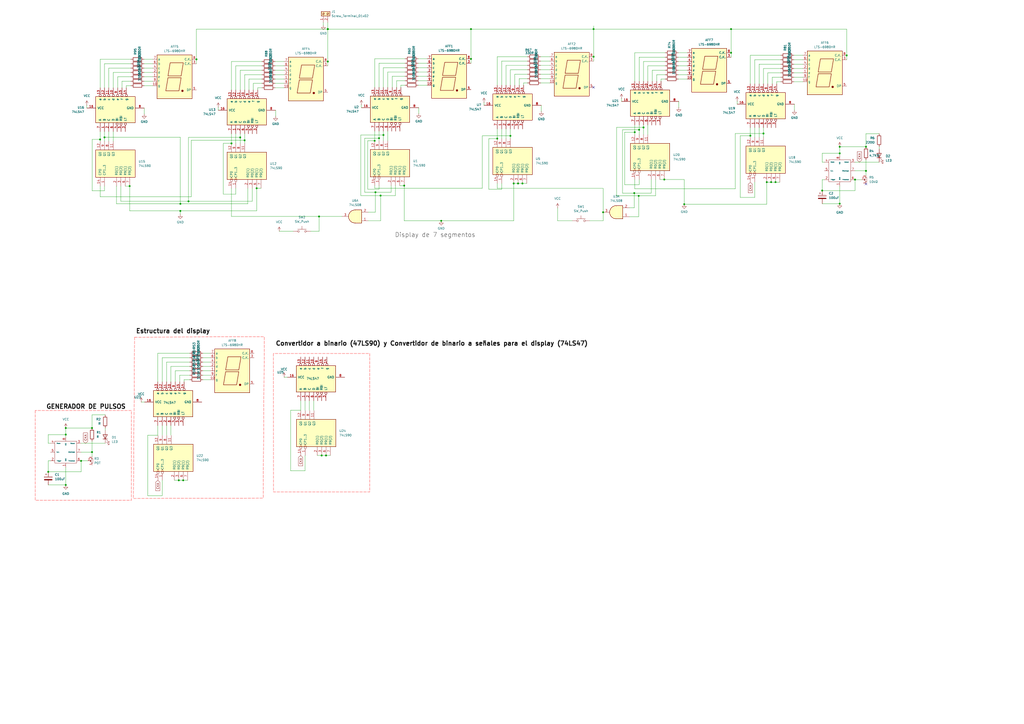
<source format=kicad_sch>
(kicad_sch (version 20250114) (generator "eeschema") (generator_version "9.0")
  (paper "A2")
  (lib_symbols
    (symbol "555_1" (pin_names (offset 1.016))
      (property "Reference" "U1" (at 10.16 8.9602 0))
      (property "Value" "555" (at 10.16 6.4202 0))
      (symbol "555_1_1_1"
        (pin input line (at -8.89 5.08 0) (length 2.54) (name "Reset") (number "4"))
        (pin input line (at -8.89 0 0) (length 2.54) (name "C.V.") (number "5"))
        (pin input line (at -8.89 -5.08 0) (length 2.54) (name "Trigger") (number "2"))
        (pin power_in line (at 0 8.89 270) (length 2.54) (name "VCC") (number "8"))
        (pin power_in line (at 0 -8.89 90) (length 2.54) (name "GND") (number "1"))
        (pin output line (at 8.89 5.08 180) (length 2.54) (name "Output") (number "3"))
        (pin input line (at 8.89 0 180) (length 2.54) (name "Discharge") (number "7"))
        (pin input line (at 8.89 -5.08 180) (length 2.54) (name "Threshold") (number "6"))
      )
    )
    (symbol "74LS47_1" (pin_names (offset 1.016))
      (property "Reference" "U16" (at -17.78 0.3176 0))
      (property "Value" "74LS47" (at -17.78 -2.2224 0))
      (symbol "74LS47_1_1_0"
        (pin power_in line (at -16.256 0 0) (length 5.08) (name "VCC") (number "16"))
        (pin open_collector inverted (at -8.5725 11.7475 270) (length 5.08) (name "a") (number "13"))
        (pin input line (at -8.5725 -13.6525 90) (length 5.08) (name "A") (number "7"))
        (pin open_collector inverted (at -6.0325 11.7475 270) (length 5.08) (name "b") (number "12"))
        (pin input line (at -6.0325 -13.6525 90) (length 5.08) (name "B") (number "1"))
        (pin open_collector inverted (at -3.4925 11.7475 270) (length 5.08) (name "c") (number "11"))
        (pin input line (at -3.4925 -13.6525 90) (length 5.08) (name "C") (number "2"))
        (pin open_collector inverted (at -0.9525 11.7475 270) (length 5.08) (name "d") (number "10"))
        (pin input line (at -0.9525 -13.6525 90) (length 5.08) (name "D") (number "6"))
        (pin input inverted (at 1.27 -13.716 90) (length 5.08) (name "BI") (number "4"))
        (pin open_collector inverted (at 1.5875 11.7475 270) (length 5.08) (name "e") (number "9"))
        (pin input inverted (at 3.556 -13.716 90) (length 5.08) (name "RBI") (number "5"))
        (pin open_collector inverted (at 4.1275 11.7475 270) (length 5.08) (name "f") (number "15"))
        (pin input inverted (at 6.096 -13.716 90) (length 5.08) (name "LT") (number "3"))
        (pin open_collector inverted (at 6.6675 11.7475 270) (length 5.08) (name "g") (number "14"))
        (pin power_in line (at 17.018 0 180) (length 5.08) (name "GND") (number "8"))
      )
    )
    (symbol "74LS47_2" (pin_names (offset 1.016))
      (property "Reference" "U23" (at -18.2879 2.865 0))
      (property "Value" "74LS47" (at -17.78 -2.2224 0))
      (symbol "74LS47_2_1_0"
        (pin power_in line (at -16.256 0 0) (length 5.08) (name "VCC") (number "16"))
        (pin open_collector inverted (at -8.5725 11.7475 270) (length 5.08) (name "a") (number "13"))
        (pin input line (at -8.5725 -13.6525 90) (length 5.08) (name "A") (number "7"))
        (pin open_collector inverted (at -6.0325 11.7475 270) (length 5.08) (name "b") (number "12"))
        (pin input line (at -6.0325 -13.6525 90) (length 5.08) (name "B") (number "1"))
        (pin open_collector inverted (at -3.4925 11.7475 270) (length 5.08) (name "c") (number "11"))
        (pin input line (at -3.4925 -13.6525 90) (length 5.08) (name "C") (number "2"))
        (pin open_collector inverted (at -0.9525 11.7475 270) (length 5.08) (name "d") (number "10"))
        (pin input line (at -0.9525 -13.6525 90) (length 5.08) (name "D") (number "6"))
        (pin input inverted (at 1.27 -13.716 90) (length 5.08) (name "BI") (number "4"))
        (pin open_collector inverted (at 1.5875 11.7475 270) (length 5.08) (name "e") (number "9"))
        (pin input inverted (at 3.556 -13.716 90) (length 5.08) (name "RBI") (number "5"))
        (pin open_collector inverted (at 4.1275 11.7475 270) (length 5.08) (name "f") (number "15"))
        (pin input inverted (at 6.096 -13.716 90) (length 5.08) (name "LT") (number "3"))
        (pin open_collector inverted (at 6.6675 11.7475 270) (length 5.08) (name "g") (number "14"))
        (pin power_in line (at 17.018 0 180) (length 5.08) (name "GND") (number "8"))
      )
    )
    (symbol "74LS47_3" (pin_names (offset 1.016))
      (property "Reference" "U21" (at -17.78 0.3176 0))
      (property "Value" "74LS47" (at -17.78 -2.2224 0))
      (symbol "74LS47_3_1_0"
        (pin power_in line (at -16.256 0 0) (length 5.08) (name "VCC") (number "16"))
        (pin open_collector inverted (at -8.5725 11.7475 270) (length 5.08) (name "a") (number "13"))
        (pin input line (at -8.5725 -13.6525 90) (length 5.08) (name "A") (number "7"))
        (pin open_collector inverted (at -6.0325 11.7475 270) (length 5.08) (name "b") (number "12"))
        (pin input line (at -6.0325 -13.6525 90) (length 5.08) (name "B") (number "1"))
        (pin open_collector inverted (at -3.4925 11.7475 270) (length 5.08) (name "c") (number "11"))
        (pin input line (at -3.4925 -13.6525 90) (length 5.08) (name "C") (number "2"))
        (pin open_collector inverted (at -0.9525 11.7475 270) (length 5.08) (name "d") (number "10"))
        (pin input line (at -0.9525 -13.6525 90) (length 5.08) (name "D") (number "6"))
        (pin input inverted (at 1.27 -13.716 90) (length 5.08) (name "BI") (number "4"))
        (pin open_collector inverted (at 1.5875 11.7475 270) (length 5.08) (name "e") (number "9"))
        (pin input inverted (at 3.556 -13.716 90) (length 5.08) (name "RBI") (number "5"))
        (pin open_collector inverted (at 4.1275 11.7475 270) (length 5.08) (name "f") (number "15"))
        (pin input inverted (at 6.096 -13.716 90) (length 5.08) (name "LT") (number "3"))
        (pin open_collector inverted (at 6.6675 11.7475 270) (length 5.08) (name "g") (number "14"))
        (pin power_in line (at 17.018 0 180) (length 5.08) (name "GND") (number "8"))
      )
    )
    (symbol "74LS47_4" (pin_names (offset 1.016))
      (property "Reference" "U19" (at -17.3681 -2.4434 0))
      (property "Value" "74LS47" (at -17.3681 -4.9834 0))
      (symbol "74LS47_4_1_0"
        (pin power_in line (at -16.256 0 0) (length 5.08) (name "VCC") (number "16"))
        (pin open_collector inverted (at -8.5725 11.7475 270) (length 5.08) (name "a") (number "13"))
        (pin input line (at -8.5725 -13.6525 90) (length 5.08) (name "A") (number "7"))
        (pin open_collector inverted (at -6.0325 11.7475 270) (length 5.08) (name "b") (number "12"))
        (pin input line (at -6.0325 -13.6525 90) (length 5.08) (name "B") (number "1"))
        (pin open_collector inverted (at -3.4925 11.7475 270) (length 5.08) (name "c") (number "11"))
        (pin input line (at -3.4925 -13.6525 90) (length 5.08) (name "C") (number "2"))
        (pin open_collector inverted (at -0.9525 11.7475 270) (length 5.08) (name "d") (number "10"))
        (pin input line (at -0.9525 -13.6525 90) (length 5.08) (name "D") (number "6"))
        (pin input inverted (at 1.27 -13.716 90) (length 5.08) (name "BI") (number "4"))
        (pin open_collector inverted (at 1.5875 11.7475 270) (length 5.08) (name "e") (number "9"))
        (pin input inverted (at 3.556 -13.716 90) (length 5.08) (name "RBI") (number "5"))
        (pin open_collector inverted (at 4.1275 11.7475 270) (length 5.08) (name "f") (number "15"))
        (pin input inverted (at 6.096 -13.716 90) (length 5.08) (name "LT") (number "3"))
        (pin open_collector inverted (at 6.6675 11.7475 270) (length 5.08) (name "g") (number "14"))
        (pin power_in line (at 17.018 0 180) (length 5.08) (name "GND") (number "8"))
      )
    )
    (symbol "74LS47_5" (pin_names (offset 1.016))
      (property "Reference" "U7" (at -17.78 0.3176 0))
      (property "Value" "74LS47" (at -17.78 -2.2224 0))
      (symbol "74LS47_5_1_0"
        (pin power_in line (at -16.256 0 0) (length 5.08) (name "VCC") (number "16"))
        (pin open_collector inverted (at -8.5725 11.7475 270) (length 5.08) (name "a") (number "13"))
        (pin input line (at -8.5725 -13.6525 90) (length 5.08) (name "A") (number "7"))
        (pin open_collector inverted (at -6.0325 11.7475 270) (length 5.08) (name "b") (number "12"))
        (pin input line (at -6.0325 -13.6525 90) (length 5.08) (name "B") (number "1"))
        (pin open_collector inverted (at -3.4925 11.7475 270) (length 5.08) (name "c") (number "11"))
        (pin input line (at -3.4925 -13.6525 90) (length 5.08) (name "C") (number "2"))
        (pin open_collector inverted (at -0.9525 11.7475 270) (length 5.08) (name "d") (number "10"))
        (pin input line (at -0.9525 -13.6525 90) (length 5.08) (name "D") (number "6"))
        (pin input inverted (at 1.27 -13.716 90) (length 5.08) (name "BI") (number "4"))
        (pin open_collector inverted (at 1.5875 11.7475 270) (length 5.08) (name "e") (number "9"))
        (pin input inverted (at 3.556 -13.716 90) (length 5.08) (name "RBI") (number "5"))
        (pin open_collector inverted (at 4.1275 11.7475 270) (length 5.08) (name "f") (number "15"))
        (pin input inverted (at 6.096 -13.716 90) (length 5.08) (name "LT") (number "3"))
        (pin open_collector inverted (at 6.6675 11.7475 270) (length 5.08) (name "g") (number "14"))
        (pin power_in line (at 17.018 0 180) (length 5.08) (name "GND") (number "8"))
      )
    )
    (symbol "74LS47_6" (pin_names (offset 1.016))
      (property "Reference" "U2" (at -17.78 0.3176 0))
      (property "Value" "74LS47" (at -17.78 -2.2224 0))
      (symbol "74LS47_6_1_0"
        (pin power_in line (at -16.256 0 0) (length 5.08) (name "VCC") (number "16"))
        (pin open_collector inverted (at -8.5725 11.7475 270) (length 5.08) (name "a") (number "13"))
        (pin input line (at -8.5725 -13.6525 90) (length 5.08) (name "A") (number "7"))
        (pin open_collector inverted (at -6.0325 11.7475 270) (length 5.08) (name "b") (number "12"))
        (pin input line (at -6.0325 -13.6525 90) (length 5.08) (name "B") (number "1"))
        (pin open_collector inverted (at -3.4925 11.7475 270) (length 5.08) (name "c") (number "11"))
        (pin input line (at -3.4925 -13.6525 90) (length 5.08) (name "C") (number "2"))
        (pin open_collector inverted (at -0.9525 11.7475 270) (length 5.08) (name "d") (number "10"))
        (pin input line (at -0.9525 -13.6525 90) (length 5.08) (name "D") (number "6"))
        (pin input inverted (at 1.27 -13.716 90) (length 5.08) (name "BI") (number "4"))
        (pin open_collector inverted (at 1.5875 11.7475 270) (length 5.08) (name "e") (number "9"))
        (pin input inverted (at 3.556 -13.716 90) (length 5.08) (name "RBI") (number "5"))
        (pin open_collector inverted (at 4.1275 11.7475 270) (length 5.08) (name "f") (number "15"))
        (pin input inverted (at 6.096 -13.716 90) (length 5.08) (name "LT") (number "3"))
        (pin open_collector inverted (at 6.6675 11.7475 270) (length 5.08) (name "g") (number "14"))
        (pin power_in line (at 17.018 0 180) (length 5.08) (name "GND") (number "8"))
      )
    )
    (symbol "74LS47_7" (pin_names (offset 1.016))
      (property "Reference" "U13" (at -17.78 0.3176 0))
      (property "Value" "74LS47" (at -17.78 -2.2224 0))
      (symbol "74LS47_7_1_0"
        (pin power_in line (at -16.256 0 0) (length 5.08) (name "VCC") (number "16"))
        (pin open_collector inverted (at -8.5725 11.7475 270) (length 5.08) (name "a") (number "13"))
        (pin input line (at -8.5725 -13.6525 90) (length 5.08) (name "A") (number "7"))
        (pin open_collector inverted (at -6.0325 11.7475 270) (length 5.08) (name "b") (number "12"))
        (pin input line (at -6.0325 -13.6525 90) (length 5.08) (name "B") (number "1"))
        (pin open_collector inverted (at -3.4925 11.7475 270) (length 5.08) (name "c") (number "11"))
        (pin input line (at -3.4925 -13.6525 90) (length 5.08) (name "C") (number "2"))
        (pin open_collector inverted (at -0.9525 11.7475 270) (length 5.08) (name "d") (number "10"))
        (pin input line (at -0.9525 -13.6525 90) (length 5.08) (name "D") (number "6"))
        (pin input inverted (at 1.27 -13.716 90) (length 5.08) (name "BI") (number "4"))
        (pin open_collector inverted (at 1.5875 11.7475 270) (length 5.08) (name "e") (number "9"))
        (pin input inverted (at 3.556 -13.716 90) (length 5.08) (name "RBI") (number "5"))
        (pin open_collector inverted (at 4.1275 11.7475 270) (length 5.08) (name "f") (number "15"))
        (pin input inverted (at 6.096 -13.716 90) (length 5.08) (name "LT") (number "3"))
        (pin open_collector inverted (at 6.6675 11.7475 270) (length 5.08) (name "g") (number "14"))
        (pin power_in line (at 17.018 0 180) (length 5.08) (name "GND") (number "8"))
      )
    )
    (symbol "74LS90_1" (pin_names (offset 1.016))
      (property "Reference" "U2" (at -15.875 1.5083 90))
      (property "Value" "74LS90" (at -13.335 1.5083 90))
      (symbol "74LS90_1_1_0"
        (pin output line (at -8.255 12.065 270) (length 5.08) (name "Q0") (number "12"))
        (pin input inverted_clock (at -8.255 -13.97 90) (length 5.08) (name "CP0") (number "14"))
        (pin output line (at -5.715 12.065 270) (length 5.08) (name "Q1") (number "9"))
        (pin input inverted_clock (at -5.715 -13.97 90) (length 5.08) (name "CP1..3") (number "1"))
        (pin output line (at -3.175 12.065 270) (length 5.08) (name "Q2") (number "8"))
        (pin output line (at -0.635 12.065 270) (length 5.08) (name "Q3") (number "11"))
        (pin input line (at 1.27 -13.97 90) (length 5.08) (name "R0(1)") (number "2"))
        (pin input line (at 3.81 -13.97 90) (length 5.08) (name "R0(2)") (number "3"))
        (pin input line (at 6.35 -13.97 90) (length 5.08) (name "R9(1)") (number "6"))
        (pin input line (at 8.89 -13.97 90) (length 5.08) (name "R9(2)") (number "7"))
      )
    )
    (symbol "74LS90_2" (pin_names (offset 1.016))
      (property "Reference" "U15" (at 13.97 0.3176 0))
      (property "Value" "74LS90" (at 13.97 -2.2224 0))
      (symbol "74LS90_2_1_0"
        (pin output line (at -8.255 12.065 270) (length 5.08) (name "Q0") (number "12"))
        (pin input line (at -8.255 -13.97 90) (length 5.08) (name "CP0") (number "14"))
        (pin output line (at -5.715 12.065 270) (length 5.08) (name "Q1") (number "9"))
        (pin input line (at -5.715 -13.97 90) (length 5.08) (name "CP1..3") (number "1"))
        (pin output line (at -3.175 12.065 270) (length 5.08) (name "Q2") (number "8"))
        (pin output line (at -0.635 12.065 270) (length 5.08) (name "Q3") (number "11"))
        (pin input line (at 1.27 -13.97 90) (length 5.08) (name "R0(1)") (number "2"))
        (pin input line (at 3.81 -13.97 90) (length 5.08) (name "R0(2)") (number "3"))
        (pin input line (at 6.35 -13.97 90) (length 5.08) (name "R9(1)") (number "6"))
        (pin input line (at 8.89 -13.97 90) (length 5.08) (name "R9(2)") (number "7"))
      )
    )
    (symbol "74xx:74LS08" (pin_names (offset 1.016))
      (property "Reference" "U" (at 0 1.27 0))
      (property "Value" "74LS08" (at 0 -1.27 0))
      (symbol "74LS08_1_1"
        (pin input line (at -7.62 2.54 0) (length 3.81) (name "~") (number "1"))
        (pin input line (at -7.62 -2.54 0) (length 3.81) (name "~") (number "2"))
        (pin output line (at 7.62 0 180) (length 3.81) (name "~") (number "3"))
      )
      (symbol "74LS08_1_2"
        (pin input inverted (at -7.62 2.54 0) (length 4.318) (name "~") (number "1"))
        (pin input inverted (at -7.62 -2.54 0) (length 4.318) (name "~") (number "2"))
        (pin output inverted (at 7.62 0 180) (length 3.81) (name "~") (number "3"))
      )
      (symbol "74LS08_2_1"
        (pin input line (at -7.62 2.54 0) (length 3.81) (name "~") (number "4"))
        (pin input line (at -7.62 -2.54 0) (length 3.81) (name "~") (number "5"))
        (pin output line (at 7.62 0 180) (length 3.81) (name "~") (number "6"))
      )
      (symbol "74LS08_2_2"
        (pin input inverted (at -7.62 2.54 0) (length 4.318) (name "~") (number "4"))
        (pin input inverted (at -7.62 -2.54 0) (length 4.318) (name "~") (number "5"))
        (pin output inverted (at 7.62 0 180) (length 3.81) (name "~") (number "6"))
      )
      (symbol "74LS08_3_1"
        (pin input line (at -7.62 2.54 0) (length 3.81) (name "~") (number "9"))
        (pin input line (at -7.62 -2.54 0) (length 3.81) (name "~") (number "10"))
        (pin output line (at 7.62 0 180) (length 3.81) (name "~") (number "8"))
      )
      (symbol "74LS08_3_2"
        (pin input inverted (at -7.62 2.54 0) (length 4.318) (name "~") (number "9"))
        (pin input inverted (at -7.62 -2.54 0) (length 4.318) (name "~") (number "10"))
        (pin output inverted (at 7.62 0 180) (length 3.81) (name "~") (number "8"))
      )
      (symbol "74LS08_4_1"
        (pin input line (at -7.62 2.54 0) (length 3.81) (name "~") (number "12"))
        (pin input line (at -7.62 -2.54 0) (length 3.81) (name "~") (number "13"))
        (pin output line (at 7.62 0 180) (length 3.81) (name "~") (number "11"))
      )
      (symbol "74LS08_4_2"
        (pin input inverted (at -7.62 2.54 0) (length 4.318) (name "~") (number "12"))
        (pin input inverted (at -7.62 -2.54 0) (length 4.318) (name "~") (number "13"))
        (pin output inverted (at 7.62 0 180) (length 3.81) (name "~") (number "11"))
      )
      (symbol "74LS08_5_0"
        (pin power_in line (at 0 12.7 270) (length 5.08) (name "VCC") (number "14"))
        (pin power_in line (at 0 -12.7 90) (length 5.08) (name "GND") (number "7"))
      )
    )
    (symbol "Connector:Screw_Terminal_01x02" (pin_names (offset 1.016) (hide yes))
      (property "Reference" "J" (at 0 2.54 0))
      (property "Value" "Screw_Terminal_01x02" (at 0 -5.08 0))
      (symbol "Screw_Terminal_01x02_1_1"
        (pin passive line (at -5.08 0 0) (length 3.81) (name "Pin_1") (number "1"))
        (pin passive line (at -5.08 -2.54 0) (length 3.81) (name "Pin_2") (number "2"))
      )
    )
    (symbol "Device:C_Polarized" (pin_numbers (hide yes)) (pin_names (offset 0.254))
      (property "Reference" "C" (at 0.635 2.54 0))
      (property "Value" "C_Polarized" (at 0.635 -2.54 0))
      (symbol "C_Polarized_1_1"
        (pin passive line (at 0 3.81 270) (length 2.794) (name "~") (number "1"))
        (pin passive line (at 0 -3.81 90) (length 2.794) (name "~") (number "2"))
      )
    )
    (symbol "Device:LED" (pin_numbers (hide yes)) (pin_names (offset 1.016) (hide yes))
      (property "Reference" "D" (at 0 2.54 0))
      (property "Value" "LED" (at 0 -2.54 0))
      (symbol "LED_1_1"
        (pin passive line (at -3.81 0 0) (length 2.54) (name "K") (number "1"))
        (pin passive line (at 3.81 0 180) (length 2.54) (name "A") (number "2"))
      )
    )
    (symbol "Device:R" (pin_numbers (hide yes)) (pin_names (offset 0))
      (property "Reference" "R" (at 2.032 0 90))
      (property "Value" "R" (at 0 0 90))
      (symbol "R_1_1"
        (pin passive line (at 0 3.81 270) (length 1.27) (name "~") (number "1"))
        (pin passive line (at 0 -3.81 90) (length 1.27) (name "~") (number "2"))
      )
    )
    (symbol "Display_Character:LTS-6980HR"
      (property "Reference" "AFF" (at -7.874 13.97 0))
      (property "Value" "LTS-6980HR" (at 4.064 13.97 0))
      (symbol "LTS-6980HR_1_1"
        (pin passive line (at -12.7 10.16 0) (length 2.54) (name "a") (number "7"))
        (pin passive line (at -12.7 7.62 0) (length 2.54) (name "b") (number "6"))
        (pin passive line (at -12.7 5.08 0) (length 2.54) (name "c") (number "4"))
        (pin passive line (at -12.7 2.54 0) (length 2.54) (name "d") (number "2"))
        (pin passive line (at -12.7 0 0) (length 2.54) (name "e") (number "1"))
        (pin passive line (at -12.7 -2.54 0) (length 2.54) (name "f") (number "9"))
        (pin passive line (at -12.7 -5.08 0) (length 2.54) (name "g") (number "10"))
        (pin passive line (at 12.7 10.16 180) (length 2.54) (name "C.K.") (number "8"))
        (pin passive line (at 12.7 7.62 180) (length 2.54) (name "C.K.") (number "3"))
        (pin passive line (at 12.7 -7.62 180) (length 2.54) (name "DP") (number "5"))
      )
    )
    (symbol "EESTN5:POT" (pin_names (offset 1.016) (hide yes))
      (property "Reference" "R" (at 0 -1.27 0))
      (property "Value" "POT" (at 0 -3.81 0))
      (symbol "POT_1_1"
        (pin passive line (at -2.54 0 0) (length 1.27) (name "1") (number "1"))
        (pin passive line (at 0 2.54 270) (length 1.524) (name "2") (number "2"))
        (pin passive line (at 2.54 0 180) (length 1.27) (name "3") (number "3"))
      )
    )
    (symbol "Switch:SW_Push" (pin_numbers (hide yes)) (pin_names (offset 1.016) (hide yes))
      (property "Reference" "SW" (at 1.27 2.54 0))
      (property "Value" "SW_Push" (at 0 -1.524 0))
      (symbol "SW_Push_0_1"
        (pin passive line (at -5.08 0 0) (length 2.54) (name "1") (number "1"))
        (pin passive line (at 5.08 0 180) (length 2.54) (name "2") (number "2"))
      )
    )
    (symbol "power:GND" (power) (pin_numbers (hide yes)) (pin_names (offset 0) (hide yes))
      (property "Value" "GND" (at 0 -3.81 0))
      (symbol "GND_1_1"
        (pin power_in line (at 0 0 270) (length 0) (name "~") (number "1"))
      )
    )
    (symbol "power:VCC" (power) (pin_numbers (hide yes)) (pin_names (offset 0) (hide yes))
      (property "Value" "VCC" (at 0 3.556 0))
      (symbol "VCC_1_1"
        (pin power_in line (at 0 0 90) (length 0) (name "~") (number "1"))
      )
    )
  )
  (junction (at 487.1024 88.9517))
  (junction (at 491.1427 32.1241))
  (junction (at 424.0867 16.8752))
  (junction (at 141.8927 81.3846))
  (junction (at 344.3307 16.8752))
  (junction (at 424.0867 30.6001))
  (junction (at 273.2107 16.8752))
  (junction (at 255.9398 128.0851))
  (junction (at 190.1527 35.6801))
  (junction (at 349.8529 123.1244))
  (junction (at 435.2627 78.6973))
  (junction (at 217.7859 111.5115))
  (junction (at 447.3277 105.6571))
  (junction (at 109.34 116.8002))
  (junction (at 104.6308 118.2327))
  (junction (at 476.9424 110.5417))
  (junction (at 370.7467 75.2721))
  (junction (at 296.0707 78.7942))
  (junction (at 368.2067 76.6801))
  (junction (at 288.4507 80.3841))
  (junction (at 189.1306 264.2095))
  (junction (at 148.8777 109.2131))
  (junction (at 367.9214 112.0104))
  (junction (at 27.9839 273.689))
  (junction (at 222.4107 78.3122))
  (junction (at 442.8827 77.4366))
  (junction (at 370.5055 113.6113))
  (junction (at 134.2727 83.1781))
  (junction (at 487.1024 85.1417))
  (junction (at 38.1439 248.289))
  (junction (at 113.9527 34.4101))
  (junction (at 373.2867 73.9239))
  (junction (at 297.9757 106.4191))
  (junction (at 220.7632 113.4495))
  (junction (at 190.1527 16.9007))
  (junction (at 385.3517 104.1331))
  (junction (at 60.6127 79.6657))
  (junction (at 75.2177 107.9431))
  (junction (at 487.1024 118.1617))
  (junction (at 139.3527 79.7216))
  (junction (at 219.8707 80.1659))
  (junction (at 396.9089 118.4564))
  (junction (at 106.2623 278.616))
  (junction (at 495.9924 104.1917))
  (junction (at 58.0727 80.8915))
  (junction (at 234.4757 107.6891))
  (junction (at 47.0339 267.339))
  (junction (at 502.3424 85.1417))
  (junction (at 38.1439 252.099))
  (junction (at 300.5157 106.4191))
  (junction (at 186.5906 264.2095))
  (junction (at 53.3839 248.289))
  (junction (at 449.8677 105.6571))
  (junction (at 103.7223 278.616))
  (junction (at 273.2107 34.1561))
  (junction (at 38.1439 281.309))
  (junction (at 344.3307 32.8861))
  (junction (at 217.3307 81.6541))
  (junction (at 185.0782 125.5696))
  (junction (at 444.7877 105.6571))
  (junction (at 53.3839 262.259))
  (junction (at 104.6051 122.3475))
  (junction (at 303.0557 106.4191))
  (junction (at 190.1527 16.8752))
  (junction (at 502.3424 99.1117))
  (no_connect (at 344.3307 50.6661))
  (no_connect (at 502.3424 106.7317))
  (wire (pts (xy 297.9757 128.0851) (xy 297.9757 106.4191)))
  (wire (pts (xy 373.2867 35.6801) (xy 385.8195 35.6801)))
  (wire (pts (xy 362.3181 76.6801) (xy 368.2067 76.6801)))
  (wire (pts (xy 47.0339 267.339) (xy 47.0339 273.689)))
  (wire (pts (xy 502.3424 77.5217) (xy 502.3424 85.1417)))
  (wire (pts (xy 70.7727 47.1101) (xy 70.7727 50.9201)))
  (wire (pts (xy 365.0929 125.6644) (xy 370.5055 125.6644)))
  (wire (pts (xy 344.3307 32.8861) (xy 344.3307 35.4261)))
  (wire (pts (xy 440.3427 37.2041) (xy 440.3427 48.6341)))
  (wire (pts (xy 75.9298 34.4101) (xy 58.0727 34.4101)))
  (wire (pts (xy 176.9386 232.4595) (xy 176.9386 238.0475)))
  (wire (pts (xy 151.9436 48.3801) (xy 146.9727 48.3801)))
  (wire (pts (xy 209.6472 60.6893) (xy 209.6472 62.4136)))
  (wire (pts (xy 290.9907 74.7961) (xy 290.9907 80.3841)))
  (wire (pts (xy 136.8127 52.1901) (xy 136.8127 38.2201)))
  (wire (pts (xy 27.9839 273.689) (xy 47.0339 273.689)))
  (wire (pts (xy 452.9073 37.2041) (xy 440.3427 37.2041)))
  (wire (pts (xy 139.3527 40.7601) (xy 139.3527 52.1901)))
  (wire (pts (xy 242.5886 49.3961) (xy 247.8107 49.3961)))
  (wire (pts (xy 136.8127 38.2201) (xy 151.9436 38.2201)))
  (wire (pts (xy 313.593 37.9661) (xy 318.9307 37.9661)))
  (wire (pts (xy 176.9386 273.0995) (xy 168.5566 273.0995)))
  (wire (pts (xy 452.9073 42.2841) (xy 445.4227 42.2841)))
  (wire (pts (xy 70.1377 107.9431) (xy 70.1377 116.8002)))
  (wire (pts (xy 380.9067 43.3001) (xy 385.8195 43.3001)))
  (wire (pts (xy 370.5055 125.6644) (xy 370.5055 113.6113)))
  (wire (pts (xy 452.9285 47.3641) (xy 450.5027 47.3641)))
  (wire (pts (xy 370.7467 33.1401) (xy 370.7467 47.1101)))
  (wire (pts (xy 377.7317 104.1331) (xy 377.7317 112.0104)))
  (wire (pts (xy 452.9073 32.1241) (xy 435.2627 32.1241)))
  (wire (pts (xy 378.3667 47.1101) (xy 378.3667 40.7601)))
  (wire (pts (xy 190.1527 16.8752) (xy 113.9527 16.8752)))
  (wire (pts (xy 222.4107 39.2361) (xy 222.4107 50.6661)))
  (wire (pts (xy 60.6127 36.9501) (xy 75.9298 36.9501)))
  (wire (pts (xy 211.5376 80.1659) (xy 219.8707 80.1659)))
  (wire (pts (xy 106.2623 278.616) (xy 108.8023 278.616)))
  (wire (pts (xy 96.6103 210.036) (xy 96.6103 221.466)))
  (wire (pts (xy 136.8127 112.5835) (xy 129.5661 112.5835)))
  (wire (pts (xy 509.9624 77.5217) (xy 502.3424 77.5217)))
  (wire (pts (xy 104.6308 118.2327) (xy 143.7977 118.2327)))
  (wire (pts (xy 288.4507 32.8861) (xy 288.4507 49.3961)))
  (wire (pts (xy 424.0867 30.6001) (xy 424.0867 33.1401)))
  (wire (pts (xy 83.6632 62.6676) (xy 83.6632 66.1878)))
  (wire (pts (xy 109.34 116.8002) (xy 146.3377 116.8002)))
  (wire (pts (xy 460.5273 37.2041) (xy 465.7427 37.2041)))
  (wire (pts (xy 110.0723 204.956) (xy 91.5303 204.956)))
  (wire (pts (xy 296.0707 49.3961) (xy 296.0707 40.5061)))
  (wire (pts (xy 370.7467 107.0897) (xy 362.3181 107.0897)))
  (wire (pts (xy 476.9424 94.0317) (xy 476.9424 88.9517)))
  (wire (pts (xy 435.2627 32.1241) (xy 435.2627 48.6341)))
  (wire (pts (xy 94.0703 246.866) (xy 94.0703 252.454)))
  (wire (pts (xy 476.9424 104.1917) (xy 478.2124 104.1917)))
  (wire (pts (xy 85.6883 287.506) (xy 85.6883 252.454)))
  (wire (pts (xy 229.3957 107.6891) (xy 229.3957 113.4495)))
  (wire (pts (xy 65.6927 50.9201) (xy 65.6927 42.0301)))
  (wire (pts (xy 60.6127 107.9431) (xy 60.6127 110.6644)))
  (wire (pts (xy 72.6777 107.9431) (xy 75.2177 107.9431)))
  (wire (pts (xy 53.3839 255.909) (xy 53.3839 262.259)))
  (wire (pts (xy 190.1376 16.9007) (xy 190.1527 16.9007)))
  (wire (pts (xy 368.2067 47.1101) (xy 368.2067 30.6001)))
  (wire (pts (xy 67.5753 118.2327) (xy 104.6308 118.2327)))
  (wire (pts (xy 103.7223 278.616) (xy 106.2623 278.616)))
  (wire (pts (xy 442.8827 77.4366) (xy 442.8827 74.0341)))
  (wire (pts (xy 242.5674 34.1561) (xy 247.8107 34.1561)))
  (wire (pts (xy 367.9214 120.5844) (xy 365.0929 120.5844)))
  (wire (pts (xy 168.5566 238.0475) (xy 174.3986 238.0475)))
  (wire (pts (xy 219.8707 50.6661) (xy 219.8707 36.6961)))
  (wire (pts (xy 83.5498 34.4101) (xy 88.5527 34.4101)))
  (wire (pts (xy 449.8677 105.6571) (xy 452.4077 105.6571)))
  (wire (pts (xy 27.9839 257.179) (xy 27.9839 252.099)))
  (wire (pts (xy 141.8927 43.3001) (xy 151.9436 43.3001)))
  (wire (pts (xy 180.2495 134.2119) (xy 185.0782 134.2119)))
  (wire (pts (xy 151.9648 50.9201) (xy 149.5127 50.9201)))
  (wire (pts (xy 209.3468 113.4495) (xy 209.3468 78.3122)))
  (wire (pts (xy 219.8707 76.0661) (xy 219.8707 80.1659)))
  (wire (pts (xy 273.2107 16.8752) (xy 190.1527 16.8752)))
  (wire (pts (xy 217.3307 109.2039) (xy 279.7987 109.2039)))
  (wire (pts (xy 380.9067 47.1101) (xy 380.9067 43.3001)))
  (wire (pts (xy 370.7467 75.2721) (xy 370.7467 78.0981)))
  (wire (pts (xy 460.5273 44.8241) (xy 465.7427 44.8241)))
  (wire (pts (xy 83.5498 47.1101) (xy 88.5527 47.1101)))
  (wire (pts (xy 460.8532 60.3816) (xy 460.8532 63.9018)))
  (wire (pts (xy 101.6903 215.116) (xy 101.6903 221.466)))
  (wire (pts (xy 139.3527 77.5901) (xy 139.3527 79.7216)))
  (wire (pts (xy 495.9924 99.1117) (xy 502.3424 99.1117)))
  (wire (pts (xy 83.571 49.6501) (xy 88.5527 49.6501)))
  (wire (pts (xy 396.87 104.1331) (xy 396.87 118.4564)))
  (wire (pts (xy 385.8407 45.8401) (xy 383.4467 45.8401)))
  (wire (pts (xy 290.9907 35.4261) (xy 305.973 35.4261)))
  (wire (pts (xy 94.0703 287.506) (xy 85.6883 287.506)))
  (wire (pts (xy 104.2303 217.656) (xy 104.2303 221.466)))
  (wire (pts (xy 357.6518 113.6113) (xy 357.6518 73.9239)))
  (wire (pts (xy 190.1376 13.0834) (xy 190.1376 16.9007)))
  (wire (pts (xy 146.3377 109.2131) (xy 146.3377 116.8002)))
  (wire (pts (xy 198.3811 125.5696) (xy 185.0782 125.5696)))
  (wire (pts (xy 273.2107 16.8752) (xy 273.2107 34.1561)))
  (wire (pts (xy 213.6211 128.1096) (xy 220.7632 128.1096)))
  (wire (pts (xy 91.5303 246.866) (xy 91.5303 252.454)))
  (wire (pts (xy 476.9424 110.5417) (xy 495.9924 110.5417)))
  (wire (pts (xy 298.6107 43.0461) (xy 298.6107 49.3961)))
  (wire (pts (xy 305.973 37.9661) (xy 293.5307 37.9661)))
  (wire (pts (xy 349.8529 128.0729) (xy 349.8529 123.1244)))
  (wire (pts (xy 230.0307 46.8561) (xy 230.0307 50.6661)))
  (wire (pts (xy 427.5792 58.6573) (xy 427.5792 60.3816)))
  (wire (pts (xy 393.4395 38.2201) (xy 398.6867 38.2201)))
  (wire (pts (xy 60.6127 76.3201) (xy 60.6127 79.6657)))
  (wire (pts (xy 113.9527 34.4101) (xy 113.9527 36.9501)))
  (wire (pts (xy 293.5307 74.7961) (xy 293.5307 80.3841)))
  (wire (pts (xy 442.8827 79.6221) (xy 442.8827 77.4366)))
  (wire (pts (xy 110.0723 210.036) (xy 96.6103 210.036)))
  (wire (pts (xy 509.9624 94.0317) (xy 495.9924 94.0317)))
  (wire (pts (xy 396.87 104.1331) (xy 385.3517 104.1331)))
  (wire (pts (xy 219.8707 36.6961) (xy 234.9474 36.6961)))
  (wire (pts (xy 27.9839 252.099) (xy 38.1439 252.099)))
  (wire (pts (xy 437.8027 48.6341) (xy 437.8027 34.6641)))
  (wire (pts (xy 148.8777 109.2131) (xy 151.4177 109.2131)))
  (wire (pts (xy 373.2867 73.9239) (xy 373.2867 78.0981)))
  (wire (pts (xy 60.6127 50.9201) (xy 60.6127 36.9501)))
  (wire (pts (xy 487.1024 108.0017) (xy 487.1024 118.1617)))
  (wire (pts (xy 437.8027 74.0341) (xy 437.8027 79.6221)))
  (wire (pts (xy 94.0703 207.496) (xy 94.0703 221.466)))
  (wire (pts (xy 279.7987 78.7942) (xy 296.0707 78.7942)))
  (wire (pts (xy 234.9474 44.3161) (xy 227.4907 44.3161)))
  (wire (pts (xy 117.6923 215.116) (xy 122.0103 215.116)))
  (wire (pts (xy 224.9507 76.0661) (xy 224.9507 81.6541)))
  (wire (pts (xy 184.0506 264.2095) (xy 186.5906 264.2095)))
  (wire (pts (xy 75.951 49.6501) (xy 73.3127 49.6501)))
  (wire (pts (xy 297.9757 106.4191) (xy 300.5157 106.4191)))
  (wire (pts (xy 139.3527 79.7216) (xy 139.3527 83.1781)))
  (wire (pts (xy 303.6907 48.1261) (xy 303.6907 49.3961)))
  (wire (pts (xy 313.6142 48.1261) (xy 318.9307 48.1261)))
  (wire (pts (xy 27.9839 281.309) (xy 38.1439 281.309)))
  (wire (pts (xy 370.7467 72.5101) (xy 370.7467 75.2721)))
  (wire (pts (xy 144.4327 45.8401) (xy 144.4327 52.1901)))
  (wire (pts (xy 437.8027 105.6571) (xy 437.8027 114.5471)))
  (wire (pts (xy 234.9474 39.2361) (xy 222.4107 39.2361)))
  (wire (pts (xy 288.4507 109.2974) (xy 349.8529 109.2974)))
  (wire (pts (xy 305.973 43.0461) (xy 298.6107 43.0461)))
  (wire (pts (xy 375.8267 72.5101) (xy 375.8267 78.0981)))
  (wire (pts (xy 94.0703 278.616) (xy 94.0703 287.506)))
  (wire (pts (xy 126.5892 62.2133) (xy 126.5892 63.9376)))
  (wire (pts (xy 313.593 35.4261) (xy 318.9307 35.4261)))
  (wire (pts (xy 219.8707 107.6891) (xy 219.8707 109.7419)))
  (wire (pts (xy 189.1306 264.2095) (xy 191.6706 264.2095)))
  (wire (pts (xy 83.5498 39.4901) (xy 88.5527 39.4901)))
  (wire (pts (xy 159.5636 45.8401) (xy 164.7527 45.8401)))
  (wire (pts (xy 63.1527 39.4901) (xy 63.1527 50.9201)))
  (wire (pts (xy 293.5307 37.9661) (xy 293.5307 49.3961)))
  (wire (pts (xy 38.1439 248.289) (xy 53.3839 248.289)))
  (wire (pts (xy 447.3277 105.6571) (xy 449.8677 105.6571)))
  (wire (pts (xy 83.5498 44.5701) (xy 88.5527 44.5701)))
  (wire (pts (xy 141.8927 52.1901) (xy 141.8927 43.3001)))
  (wire (pts (xy 73.3127 49.6501) (xy 73.3127 50.9201)))
  (wire (pts (xy 283.5981 109.8296) (xy 283.5981 80.398)))
  (wire (pts (xy 213.3071 109.7419) (xy 213.3071 81.6541)))
  (wire (pts (xy 368.2067 30.6001) (xy 385.8195 30.6001)))
  (wire (pts (xy 487.1024 85.1417) (xy 502.3424 85.1417)))
  (wire (pts (xy 284.0206 80.3841) (xy 288.4507 80.3841)))
  (wire (pts (xy 368.2067 72.5101) (xy 368.2067 76.6801)))
  (wire (pts (xy 75.2177 107.9431) (xy 75.2177 122.3475)))
  (wire (pts (xy 83.5498 36.9501) (xy 88.5527 36.9501)))
  (wire (pts (xy 385.8195 38.2201) (xy 375.8267 38.2201)))
  (wire (pts (xy 99.1503 246.866) (xy 99.1503 252.454)))
  (wire (pts (xy 234.4757 128.0851) (xy 234.4757 107.6891)))
  (wire (pts (xy 117.6923 207.496) (xy 122.0103 207.496)))
  (wire (pts (xy 495.9924 104.1917) (xy 495.9924 110.5417)))
  (wire (pts (xy 61.0039 240.669) (xy 53.3839 240.669)))
  (wire (pts (xy 290.9907 49.3961) (xy 290.9907 35.4261)))
  (wire (pts (xy 393.4395 43.3001) (xy 398.6867 43.3001)))
  (wire (pts (xy 151.9436 40.7601) (xy 139.3527 40.7601)))
  (wire (pts (xy 67.5753 107.9431) (xy 67.5753 118.2327)))
  (wire (pts (xy 109.34 116.8002) (xy 109.34 79.7216)))
  (wire (pts (xy 151.9436 35.6801) (xy 134.2727 35.6801)))
  (wire (pts (xy 361.1066 112.0104) (xy 361.1066 75.2721)))
  (wire (pts (xy 279.7987 109.2039) (xy 279.7987 78.7942)))
  (wire (pts (xy 305.973 32.8861) (xy 288.4507 32.8861)))
  (wire (pts (xy 134.2727 77.5901) (xy 134.2727 83.1781)))
  (wire (pts (xy 53.3839 262.259) (xy 53.3839 264.799)))
  (wire (pts (xy 460.5273 32.1241) (xy 465.7427 32.1241)))
  (wire (pts (xy 373.2867 72.5101) (xy 373.2867 73.9239)))
  (wire (pts (xy 242.5674 39.2361) (xy 247.8107 39.2361)))
  (wire (pts (xy 146.9727 48.3801) (xy 146.9727 52.1901)))
  (wire (pts (xy 377.7317 112.0104) (xy 367.9214 112.0104)))
  (wire (pts (xy 227.4907 44.3161) (xy 227.4907 50.6661)))
  (wire (pts (xy 117.6923 210.036) (xy 122.0103 210.036)))
  (wire (pts (xy 283.5981 109.8296) (xy 290.9907 109.8296)))
  (wire (pts (xy 104.6051 122.3475) (xy 148.8777 122.3475)))
  (wire (pts (xy 68.2327 44.5701) (xy 68.2327 50.9201)))
  (wire (pts (xy 217.3307 107.6891) (xy 217.3307 109.2039)))
  (wire (pts (xy 190.1527 16.8752) (xy 190.1527 16.9007)))
  (wire (pts (xy 301.1507 45.5861) (xy 305.973 45.5861)))
  (wire (pts (xy 134.2727 125.5696) (xy 134.2727 109.2131)))
  (wire (pts (xy 176.9386 264.2095) (xy 176.9386 273.0995)))
  (wire (pts (xy 213.3071 81.6541) (xy 217.3307 81.6541)))
  (wire (pts (xy 217.7859 123.0296) (xy 217.7859 111.5115)))
  (wire (pts (xy 424.0867 16.8752) (xy 491.1427 16.8752)))
  (wire (pts (xy 242.9212 62.4136) (xy 242.9212 65.9338)))
  (wire (pts (xy 117.6923 220.196) (xy 122.0103 220.196)))
  (wire (pts (xy 296.0707 74.7961) (xy 296.0707 78.7942)))
  (wire (pts (xy 117.6923 204.956) (xy 122.0103 204.956)))
  (wire (pts (xy 460.5273 39.7441) (xy 465.7427 39.7441)))
  (wire (pts (xy 424.0867 16.8752) (xy 424.0867 30.6001)))
  (wire (pts (xy 396.87 118.4564) (xy 396.9089 118.4564)))
  (wire (pts (xy 426.5411 109.5459) (xy 368.2067 109.5459)))
  (wire (pts (xy 242.5674 36.6961) (xy 247.8107 36.6961)))
  (wire (pts (xy 110.9347 114.1812) (xy 58.0727 114.1812)))
  (wire (pts (xy 385.8195 33.1401) (xy 370.7467 33.1401)))
  (wire (pts (xy 47.0339 267.339) (xy 50.8439 267.339)))
  (wire (pts (xy 224.9507 41.7761) (xy 234.9474 41.7761)))
  (wire (pts (xy 502.3424 99.1117) (xy 502.3424 101.6517)))
  (wire (pts (xy 288.4507 74.7961) (xy 288.4507 80.3841)))
  (wire (pts (xy 129.5661 83.1781) (xy 129.5661 112.5835)))
  (wire (pts (xy 117.6923 212.576) (xy 122.0103 212.576)))
  (wire (pts (xy 110.0723 217.656) (xy 104.2303 217.656)))
  (wire (pts (xy 109.34 79.7216) (xy 139.3527 79.7216)))
  (wire (pts (xy 437.8027 34.6641) (xy 452.9073 34.6641)))
  (wire (pts (xy 141.8927 77.5901) (xy 141.8927 81.3846)))
  (wire (pts (xy 219.8707 109.7419) (xy 213.3071 109.7419)))
  (wire (pts (xy 104.6308 79.6657) (xy 60.6127 79.6657)))
  (wire (pts (xy 104.6308 118.2327) (xy 104.6308 79.6657)))
  (wire (pts (xy 393.4395 40.7601) (xy 398.6867 40.7601)))
  (wire (pts (xy 136.8127 77.5901) (xy 136.8127 83.1781)))
  (wire (pts (xy 491.1427 16.8752) (xy 491.1427 32.1241)))
  (wire (pts (xy 174.3986 232.4595) (xy 174.3986 238.0475)))
  (wire (pts (xy 220.7632 128.1096) (xy 220.7632 113.4495)))
  (wire (pts (xy 502.3424 92.7617) (xy 502.3424 99.1117)))
  (wire (pts (xy 476.9424 110.5417) (xy 476.9424 104.1917)))
  (wire (pts (xy 159.5636 43.3001) (xy 164.7527 43.3001)))
  (wire (pts (xy 81.9294 233.2135) (xy 83.8468 233.2135)))
  (wire (pts (xy 187.5976 14.6897) (xy 187.5976 13.0834)))
  (wire (pts (xy 495.9924 104.1917) (xy 499.8024 104.1917)))
  (wire (pts (xy 313.593 43.0461) (xy 318.9307 43.0461)))
  (wire (pts (xy 234.9474 46.8561) (xy 230.0307 46.8561)))
  (wire (pts (xy 476.9424 88.9517) (xy 487.1024 88.9517)))
  (wire (pts (xy 38.1439 271.149) (xy 38.1439 281.309)))
  (wire (pts (xy 440.3427 74.0341) (xy 440.3427 79.6221)))
  (wire (pts (xy 47.0339 262.259) (xy 53.3839 262.259)))
  (wire (pts (xy 58.0727 76.3201) (xy 58.0727 80.8915)))
  (wire (pts (xy 75.9298 47.1101) (xy 70.7727 47.1101)))
  (wire (pts (xy 284.0206 80.398) (xy 284.0206 80.3841)))
  (wire (pts (xy 91.5303 204.956) (xy 91.5303 221.466)))
  (wire (pts (xy 50.3892 61.0071) (xy 50.3892 62.6676)))
  (wire (pts (xy 148.8777 122.3475) (xy 148.8777 109.2131)))
  (wire (pts (xy 280.7672 59.4193) (xy 280.7672 61.1436)))
  (wire (pts (xy 96.6103 246.866) (xy 96.6103 252.454)))
  (wire (pts (xy 134.2727 35.6801) (xy 134.2727 52.1901)))
  (wire (pts (xy 60.6127 110.6644) (xy 53.4256 110.6644)))
  (wire (pts (xy 444.7877 105.6571) (xy 444.7877 118.4564)))
  (wire (pts (xy 313.593 45.5861) (xy 318.9307 45.5861)))
  (wire (pts (xy 232.5707 49.3961) (xy 232.5707 50.6661)))
  (wire (pts (xy 217.3307 76.0661) (xy 217.3307 81.6541)))
  (wire (pts (xy 442.8827 48.6341) (xy 442.8827 39.7441)))
  (wire (pts (xy 447.9627 44.8241) (xy 447.9627 48.6341)))
  (wire (pts (xy 370.7467 104.1331) (xy 370.7467 107.0897)))
  (wire (pts (xy 29.2539 257.179) (xy 27.9839 257.179)))
  (wire (pts (xy 104.6051 124.3642) (xy 104.6051 122.3475)))
  (wire (pts (xy 393.4607 45.8401) (xy 398.6867 45.8401)))
  (wire (pts (xy 476.9424 118.1617) (xy 487.1024 118.1617)))
  (wire (pts (xy 101.1823 278.616) (xy 103.7223 278.616)))
  (wire (pts (xy 141.8927 81.3846) (xy 141.8927 83.1781)))
  (wire (pts (xy 159.5848 50.9201) (xy 164.7527 50.9201)))
  (wire (pts (xy 375.8267 38.2201) (xy 375.8267 47.1101)))
  (wire (pts (xy 220.7632 113.4495) (xy 209.3468 113.4495)))
  (wire (pts (xy 234.9686 49.3961) (xy 232.5707 49.3961)))
  (wire (pts (xy 378.3667 40.7601) (xy 385.8195 40.7601)))
  (wire (pts (xy 110.0723 207.496) (xy 94.0703 207.496)))
  (wire (pts (xy 487.1024 88.9517) (xy 487.1024 90.2217)))
  (wire (pts (xy 143.7977 118.2327) (xy 143.7977 109.2131)))
  (wire (pts (xy 303.0557 106.4191) (xy 305.5957 106.4191)))
  (wire (pts (xy 110.9347 81.3846) (xy 110.9347 114.1812)))
  (wire (pts (xy 226.8557 111.5115) (xy 217.7859 111.5115)))
  (wire (pts (xy 305.9942 48.1261) (xy 303.6907 48.1261)))
  (wire (pts (xy 242.5674 41.7761) (xy 247.8107 41.7761)))
  (wire (pts (xy 186.5906 264.2095) (xy 189.1306 264.2095)))
  (wire (pts (xy 179.4786 232.4595) (xy 179.4786 238.0475)))
  (wire (pts (xy 161.9651 134.2119) (xy 170.0895 134.2119)))
  (wire (pts (xy 27.9839 267.339) (xy 29.2539 267.339)))
  (wire (pts (xy 85.6883 252.454) (xy 91.5303 252.454)))
  (wire (pts (xy 27.9839 273.689) (xy 27.9839 267.339)))
  (wire (pts (xy 226.8557 107.6891) (xy 226.8557 111.5115)))
  (wire (pts (xy 117.6923 217.656) (xy 122.0103 217.656)))
  (wire (pts (xy 70.1377 116.8002) (xy 109.34 116.8002)))
  (wire (pts (xy 159.5636 40.7601) (xy 164.7527 40.7601)))
  (wire (pts (xy 301.1507 49.3961) (xy 301.1507 45.5861)))
  (wire (pts (xy 75.9298 44.5701) (xy 68.2327 44.5701)))
  (wire (pts (xy 185.0782 134.2119) (xy 185.0782 125.5696)))
  (wire (pts (xy 141.8927 81.3846) (xy 110.9347 81.3846)))
  (wire (pts (xy 367.9214 112.0104) (xy 361.1066 112.0104)))
  (wire (pts (xy 190.1527 16.9007) (xy 190.1527 35.6801)))
  (wire (pts (xy 367.9214 112.0104) (xy 367.9214 120.5844)))
  (wire (pts (xy 342.0937 128.0729) (xy 349.8529 128.0729)))
  (wire (pts (xy 313.593 32.8861) (xy 318.9307 32.8861)))
  (wire (pts (xy 75.9298 39.4901) (xy 63.1527 39.4901)))
  (wire (pts (xy 217.7859 111.5115) (xy 211.5376 111.5115)))
  (wire (pts (xy 362.3181 107.0897) (xy 362.3181 76.6801)))
  (wire (pts (xy 58.0727 114.1812) (xy 58.0727 107.9431)))
  (wire (pts (xy 357.6518 73.9239) (xy 373.2867 73.9239)))
  (wire (pts (xy 426.5411 77.4366) (xy 442.8827 77.4366)))
  (wire (pts (xy 445.4227 42.2841) (xy 445.4227 48.6341)))
  (wire (pts (xy 460.5273 42.2841) (xy 465.7427 42.2841)))
  (wire (pts (xy 288.4507 106.4191) (xy 288.4507 109.2974)))
  (wire (pts (xy 182.0186 232.4595) (xy 182.0186 238.0475)))
  (wire (pts (xy 373.2867 47.1101) (xy 373.2867 35.6801)))
  (wire (pts (xy 242.5674 44.3161) (xy 247.8107 44.3161)))
  (wire (pts (xy 323.424 120.6013) (xy 323.424 128.0729)))
  (wire (pts (xy 211.5376 111.5115) (xy 211.5376 80.1659)))
  (wire (pts (xy 491.1427 32.1241) (xy 491.1427 34.6641)))
  (wire (pts (xy 110.0723 215.116) (xy 101.6903 215.116)))
  (wire (pts (xy 478.2124 94.0317) (xy 476.9424 94.0317)))
  (wire (pts (xy 435.2627 78.6973) (xy 435.2627 79.6221)))
  (wire (pts (xy 313.593 40.5061) (xy 318.9307 40.5061)))
  (wire (pts (xy 393.4395 30.6001) (xy 398.6867 30.6001)))
  (wire (pts (xy 393.7972 58.8576) (xy 393.7972 62.3778)))
  (wire (pts (xy 382.8117 104.1331) (xy 385.3517 104.1331)))
  (wire (pts (xy 314.0412 61.1436) (xy 314.0412 64.6638)))
  (wire (pts (xy 452.9073 44.8241) (xy 447.9627 44.8241)))
  (wire (pts (xy 229.3957 113.4495) (xy 220.7632 113.4495)))
  (wire (pts (xy 38.1439 248.289) (xy 38.1439 252.099)))
  (wire (pts (xy 151.9436 45.8401) (xy 144.4327 45.8401)))
  (wire (pts (xy 53.4256 110.6644) (xy 53.4256 80.8915)))
  (wire (pts (xy 344.3307 16.8752) (xy 344.3307 32.8861)))
  (wire (pts (xy 393.4395 35.6801) (xy 398.6867 35.6801)))
  (wire (pts (xy 224.9507 50.6661) (xy 224.9507 41.7761)))
  (wire (pts (xy 349.8529 109.2974) (xy 349.8529 123.1244)))
  (wire (pts (xy 429.4207 78.6973) (xy 435.2627 78.6973)))
  (wire (pts (xy 380.2717 113.6113) (xy 370.5055 113.6113)))
  (wire (pts (xy 60.6127 79.6657) (xy 60.6127 81.9081)))
  (wire (pts (xy 159.5636 35.6801) (xy 164.7527 35.6801)))
  (wire (pts (xy 75.2177 122.3475) (xy 104.6051 122.3475)))
  (wire (pts (xy 283.5981 80.398) (xy 284.0206 80.398)))
  (wire (pts (xy 435.2627 74.0341) (xy 435.2627 78.6973)))
  (wire (pts (xy 383.4467 45.8401) (xy 383.4467 47.1101)))
  (wire (pts (xy 65.6927 42.0301) (xy 75.9298 42.0301)))
  (wire (pts (xy 136.8127 109.2131) (xy 136.8127 112.5835)))
  (wire (pts (xy 370.5055 113.6113) (xy 357.6518 113.6113)))
  (wire (pts (xy 300.5157 106.4191) (xy 303.0557 106.4191)))
  (wire (pts (xy 53.4256 80.8915) (xy 58.0727 80.8915)))
  (wire (pts (xy 113.9527 16.8752) (xy 113.9527 34.4101)))
  (wire (pts (xy 58.0727 34.4101) (xy 58.0727 50.9201)))
  (wire (pts (xy 429.4207 114.5471) (xy 429.4207 78.6973)))
  (wire (pts (xy 444.7877 105.6571) (xy 447.3277 105.6571)))
  (wire (pts (xy 460.5485 47.3641) (xy 465.7427 47.3641)))
  (wire (pts (xy 110.0723 220.196) (xy 106.7703 220.196)))
  (wire (pts (xy 63.1527 76.3201) (xy 63.1527 81.9081)))
  (wire (pts (xy 344.3307 15.0198) (xy 344.3307 16.8752)))
  (wire (pts (xy 255.9398 128.0851) (xy 297.9757 128.0851)))
  (wire (pts (xy 53.3839 240.669) (xy 53.3839 248.289)))
  (wire (pts (xy 361.1066 75.2721) (xy 370.7467 75.2721)))
  (wire (pts (xy 231.9357 107.6891) (xy 234.4757 107.6891)))
  (wire (pts (xy 234.9474 34.1561) (xy 217.3307 34.1561)))
  (wire (pts (xy 159.8632 63.9376) (xy 159.8632 67.4578)))
  (wire (pts (xy 83.5498 42.0301) (xy 88.5527 42.0301)))
  (wire (pts (xy 217.3307 34.1561) (xy 217.3307 50.6661)))
  (wire (pts (xy 185.0782 125.5696) (xy 134.2727 125.5696)))
  (wire (pts (xy 168.5566 273.0995) (xy 168.5566 238.0475)))
  (wire (pts (xy 450.5027 47.3641) (xy 450.5027 48.6341)))
  (wire (pts (xy 442.8827 39.7441) (xy 452.9073 39.7441)))
  (wire (pts (xy 460.5273 34.6641) (xy 465.7427 34.6641)))
  (wire (pts (xy 296.0707 78.7942) (xy 296.0707 80.3841)))
  (wire (pts (xy 213.6211 123.0296) (xy 217.7859 123.0296)))
  (wire (pts (xy 509.9624 85.1417) (xy 509.9624 86.4117)))
  (wire (pts (xy 222.4107 78.3122) (xy 222.4107 81.6541)))
  (wire (pts (xy 234.4757 128.0851) (xy 255.9398 128.0851)))
  (wire (pts (xy 344.3307 16.8752) (xy 424.0867 16.8752)))
  (wire (pts (xy 296.0707 40.5061) (xy 305.973 40.5061)))
  (wire (pts (xy 487.1024 85.1417) (xy 487.1024 88.9517)))
  (wire (pts (xy 290.9907 106.4191) (xy 290.9907 109.8296)))
  (wire (pts (xy 58.0727 80.8915) (xy 58.0727 81.9081)))
  (wire (pts (xy 149.5127 50.9201) (xy 149.5127 52.1901)))
  (wire (pts (xy 437.8027 114.5471) (xy 429.4207 114.5471)))
  (wire (pts (xy 106.7703 220.196) (xy 106.7703 221.466)))
  (wire (pts (xy 159.5636 38.2201) (xy 164.7527 38.2201)))
  (wire (pts (xy 396.9089 118.4564) (xy 444.7877 118.4564)))
  (wire (pts (xy 67.5977 107.9431) (xy 67.5753 107.9431)))
  (wire (pts (xy 159.5636 48.3801) (xy 164.7527 48.3801)))
  (wire (pts (xy 61.0039 257.179) (xy 47.0339 257.179)))
  (wire (pts (xy 209.3468 78.3122) (xy 222.4107 78.3122)))
  (wire (pts (xy 344.3307 16.8752) (xy 273.2107 16.8752)))
  (wire (pts (xy 368.2067 76.6801) (xy 368.2067 78.0981)))
  (wire (pts (xy 222.4107 76.0661) (xy 222.4107 78.3122)))
  (wire (pts (xy 65.6927 76.3201) (xy 65.6927 81.9081)))
  (wire (pts (xy 110.0723 212.576) (xy 99.1503 212.576)))
  (wire (pts (xy 273.2107 34.1561) (xy 273.2107 36.6961)))
  (wire (pts (xy 190.1527 35.6801) (xy 190.1527 38.2201)))
  (wire (pts (xy 242.5674 46.8561) (xy 247.8107 46.8561)))
  (wire (pts (xy 61.0039 248.289) (xy 61.0039 249.559)))
  (wire (pts (xy 129.5661 83.1781) (xy 134.2727 83.1781)))
  (wire (pts (xy 393.4395 33.1401) (xy 398.6867 33.1401)))
  (wire (pts (xy 323.424 128.0729) (xy 331.9337 128.0729)))
  (wire (pts (xy 99.1503 212.576) (xy 99.1503 221.466)))
  (wire (pts (xy 380.2717 104.1331) (xy 380.2717 113.6113)))
  (wire (pts (xy 426.5411 77.4366) (xy 426.5411 109.5459)))
  (wire (pts (xy 164.7977 218.807) (xy 166.7151 218.807)))
  (wire (pts (xy 38.1439 252.099) (xy 38.1439 253.369)))
  (wire (pts (xy 219.8707 80.1659) (xy 219.8707 81.6541)))
  (wire (pts (xy 368.2067 109.5459) (xy 368.2067 104.1331)))
  (wire (pts (xy 360.5232 57.1333) (xy 360.5232 58.8576)))
  (label "Estructura del display" (at 78.74 194.31 0) (effects (font (size 2.54 2.54) (thickness 0.508) (bold yes))))
  (label "Convertidor a binario (47LS90) y Convertidor de binario a señales para el display (74LS47)" (at 159.7875 201.515 0) (effects (font (size 2.54 2.54) (thickness 0.508) (bold yes))))
  (label "Display de 7 segmentos" (at 229.0283 138.321 0) (effects (font (size 2.54 2.54))))
  (label "GENERADOR DE PULSOS" (at 26.7139 238.129 0) (effects (font (size 2.54 2.54) (thickness 0.508) (bold yes))))
  (global_label "CKA" (shape input) (at 174.3986 264.2095 270) (property "Intersheetrefs" "${INTERSHEET_REFS}" (effects (hide yes))))
  (global_label "CKA" (shape input) (at 498.5324 94.0317 90) (property "Intersheetrefs" "${INTERSHEET_REFS}" (effects (hide yes))))
  (global_label "CKA" (shape input) (at 435.2627 105.7841 270) (property "Intersheetrefs" "${INTERSHEET_REFS}" (effects (hide yes))))
  (global_label "CKA" (shape input) (at 49.5739 257.179 90) (property "Intersheetrefs" "${INTERSHEET_REFS}" (effects (hide yes))))
  (global_label "CKA" (shape input) (at 91.5303 278.616 270) (property "Intersheetrefs" "${INTERSHEET_REFS}" (effects (hide yes))))
  (rule_area (polyline (pts (xy 78.0568 195.5723) (xy 77.3932 289.1654) (xy 152.6604 288.9146) (xy 153.324 195.3215)) (stroke (width 0) (type dash))))
  (rule_area (polyline (pts (xy 20.3639 238.129) (xy 20.3639 290.199) (xy 76.2439 290.199) (xy 76.2439 238.129)) (stroke (width 0) (type dash))))
  (rule_area (polyline (pts (xy 158.6215 205.0539) (xy 158.6524 285.3752) (xy 214.5324 285.3752) (xy 214.5015 205.0539)) (stroke (width 0) (type dash))))
  (symbol (lib_id "Device:R") (at 238.7574 44.3161 90) (unit 1)
    (property "Reference" "R64" (effects (hide yes)))
    (property "Value" "330R" (at 240.0273 41.7761 0) (effects (justify left)))
    (property "Footprint" "Resistor_THT:R_Axial_DIN0207_L6.3mm_D2.5mm_P10.16mm_Horizontal" (effects (hide yes)))
    (property "Description" "Resistor" (effects (hide yes)))
  )
  (symbol (lib_id "Switch:SW_Push") (at 337.0137 128.0729 0) (unit 1)
    (property "Reference" "SW1" (at 337.0137 119.842 0))
    (property "Value" "SW_Push" (at 337.0137 122.382 0))
    (property "Footprint" "Button_Switch_THT:SW_PUSH_6mm_H5mm" (effects (hide yes)))
    (property "Description" "Push button switch, generic, two pins" (effects (hide yes)))
  )
  (symbol (lib_id "Device:R") (at 155.7748 50.9201 90) (unit 1)
    (property "Reference" "R94" (effects (hide yes)))
    (property "Value" "330R" (at 157.0447 48.3801 0) (effects (justify left)))
    (property "Footprint" "Resistor_THT:R_Axial_DIN0207_L6.3mm_D2.5mm_P10.16mm_Horizontal" (effects (hide yes)))
    (property "Description" "Resistor" (effects (hide yes)))
  )
  (symbol (lib_id "Device:R") (at 309.783 43.0461 90) (unit 1)
    (property "Reference" "R71" (effects (hide yes)))
    (property "Value" "330R" (at 311.0529 40.5061 0) (effects (justify left)))
    (property "Footprint" "Resistor_THT:R_Axial_DIN0207_L6.3mm_D2.5mm_P10.16mm_Horizontal" (effects (hide yes)))
    (property "Description" "Resistor" (effects (hide yes)))
  )
  (symbol (lib_id "Device:R") (at 238.7574 46.8561 90) (unit 1)
    (property "Reference" "R65" (effects (hide yes)))
    (property "Value" "330R" (at 240.0273 44.3161 0) (effects (justify left)))
    (property "Footprint" "Resistor_THT:R_Axial_DIN0207_L6.3mm_D2.5mm_P10.16mm_Horizontal" (effects (hide yes)))
    (property "Description" "Resistor" (effects (hide yes)))
  )
  (symbol (lib_id "Device:C_Polarized") (at 27.9839 277.499 0) (unit 1)
    (property "Reference" "C1" (at 31.7939 275.3399 0) (effects (justify left)))
    (property "Value" "100uF" (at 31.7939 277.8799 0) (effects (justify left)))
    (property "Description" "Polarized capacitor" (effects (hide yes)))
  )
  (symbol (lib_id "Device:R") (at 456.7173 37.2041 90) (unit 1)
    (property "Reference" "R83" (effects (hide yes)))
    (property "Value" "330R" (at 457.9872 34.6641 0) (effects (justify left)))
    (property "Footprint" "Resistor_THT:R_Axial_DIN0207_L6.3mm_D2.5mm_P10.16mm_Horizontal" (effects (hide yes)))
    (property "Description" "Resistor" (effects (hide yes)))
  )
  (symbol (lib_id "Device:R") (at 79.7398 42.0301 90) (unit 1)
    (property "Reference" "R98" (effects (hide yes)))
    (property "Value" "330R" (at 80.3747 39.6171 0) (effects (justify left)))
    (property "Footprint" "Resistor_THT:R_Axial_DIN0207_L6.3mm_D2.5mm_P10.16mm_Horizontal" (effects (hide yes)))
    (property "Description" "Resistor" (effects (hide yes)))
  )
  (symbol (lib_id "74xx:74LS08") (at 357.4729 123.1244 180) (unit 1)
    (property "Reference" "U3" (at 357.4812 113.9059 0))
    (property "Value" "74LS08" (at 357.4812 116.4459 0))
    (property "Footprint" "74LS08:DIL14" (effects (hide yes)))
    (property "Datasheet" "http://www.ti.com/lit/gpn/sn74LS08" (effects (hide yes)))
    (property "Description" "Quad And2" (effects (hide yes)))
  )
  (symbol (lib_id "Device:R") (at 309.783 35.4261 90) (unit 1)
    (property "Reference" "R68" (effects (hide yes)))
    (property "Value" "330R" (at 311.0529 33.3941 0) (effects (justify left)))
    (property "Footprint" "Resistor_THT:R_Axial_DIN0207_L6.3mm_D2.5mm_P10.16mm_Horizontal" (effects (hide yes)))
    (property "Description" "Resistor" (effects (hide yes)))
  )
  (symbol (lib_id "Device:R") (at 155.7536 43.3001 90) (unit 1)
    (property "Reference" "R91" (effects (hide yes)))
    (property "Value" "330R" (at 156.3885 40.8871 0) (effects (justify left)))
    (property "Footprint" "Resistor_THT:R_Axial_DIN0207_L6.3mm_D2.5mm_P10.16mm_Horizontal" (effects (hide yes)))
    (property "Description" "Resistor" (effects (hide yes)))
  )
  (symbol (lib_id "Device:R") (at 61.0039 244.479 0) (mirror y) (unit 1)
    (property "Reference" "R2" (at 58.4639 243.2089 0) (effects (justify left)))
    (property "Value" "R" (at 58.4639 245.7489 0) (effects (justify left)))
    (property "Description" "Resistor" (effects (hide yes)))
  )
  (symbol (lib_id "Device:R") (at 79.7398 44.5701 90) (unit 1)
    (property "Reference" "R99" (effects (hide yes)))
    (property "Value" "330R" (at 81.0097 42.0301 0) (effects (justify left)))
    (property "Footprint" "Resistor_THT:R_Axial_DIN0207_L6.3mm_D2.5mm_P10.16mm_Horizontal" (effects (hide yes)))
    (property "Description" "Resistor" (effects (hide yes)))
  )
  (symbol (lib_id "Device:R") (at 79.7398 34.4101 90) (unit 1)
    (property "Reference" "R95" (at 78.4697 31.8701 0) (effects (justify left)))
    (property "Value" "330R" (at 81.0097 31.8701 0) (effects (justify left)))
    (property "Footprint" "Resistor_THT:R_Axial_DIN0207_L6.3mm_D2.5mm_P10.16mm_Horizontal" (effects (hide yes)))
    (property "Description" "Resistor" (effects (hide yes)))
  )
  (symbol (lib_name "74LS47_5") (lib_id "74xx:74LS47") (at 297.0232 61.1436 0) (unit 1)
    (property "Reference" "U7" (at 279.2432 60.826 0) (effects (justify right)))
    (property "Value" "74LS47" (at 279.2432 63.366 0) (effects (justify right)))
    (property "Footprint" "Package_DIP:DIP-16_W7.62mm" (effects (hide yes)))
    (property "Datasheet" "http://www.ti.com/lit/gpn/sn74LS47" (effects (hide yes)))
    (property "Description" "BCD to 7-segment Driver, Open Collector, 30V outputs" (effects (hide yes)))
  )
  (symbol (lib_id "Device:R") (at 309.8042 48.1261 90) (unit 1)
    (property "Reference" "R73" (effects (hide yes)))
    (property "Value" "330R" (at 311.0741 45.5861 0) (effects (justify left)))
    (property "Footprint" "Resistor_THT:R_Axial_DIN0207_L6.3mm_D2.5mm_P10.16mm_Horizontal" (effects (hide yes)))
    (property "Description" "Resistor" (effects (hide yes)))
  )
  (symbol (lib_id "power:VCC") (at 323.424 120.6013 0) (unit 1)
    (property "Reference" "#PWR05" (effects (hide yes)))
    (property "Value" "VCC" (at 323.424 115.1809 0))
    (property "Description" "Power symbol creates a global label with name \"VCC\"" (effects (hide yes)))
  )
  (symbol (lib_id "Device:R") (at 155.7536 35.6801 90) (unit 1)
    (property "Reference" "R88" (at 154.4835 33.1401 0) (effects (justify left)))
    (property "Value" "330R" (at 157.0235 33.1401 0) (effects (justify left)))
    (property "Footprint" "Resistor_THT:R_Axial_DIN0207_L6.3mm_D2.5mm_P10.16mm_Horizontal" (effects (hide yes)))
    (property "Description" "Resistor" (effects (hide yes)))
  )
  (symbol (lib_id "Device:R") (at 309.783 40.5061 90) (unit 1)
    (property "Reference" "R70" (effects (hide yes)))
    (property "Value" "330R" (at 310.4179 38.0931 0) (effects (justify left)))
    (property "Footprint" "Resistor_THT:R_Axial_DIN0207_L6.3mm_D2.5mm_P10.16mm_Horizontal" (effects (hide yes)))
    (property "Description" "Resistor" (effects (hide yes)))
  )
  (symbol (lib_id "Device:R") (at 389.6507 45.8401 90) (unit 1)
    (property "Reference" "R80" (effects (hide yes)))
    (property "Value" "330R" (at 390.9206 43.3001 0) (effects (justify left)))
    (property "Footprint" "Resistor_THT:R_Axial_DIN0207_L6.3mm_D2.5mm_P10.16mm_Horizontal" (effects (hide yes)))
    (property "Description" "Resistor" (effects (hide yes)))
  )
  (symbol (lib_id "power:VCC") (at 161.9651 134.2119 0) (unit 1)
    (property "Reference" "#PWR07" (effects (hide yes)))
    (property "Value" "VCC" (at 161.9651 128.7915 0))
    (property "Description" "Power symbol creates a global label with name \"VCC\"" (effects (hide yes)))
  )
  (symbol (lib_id "Device:R") (at 238.7786 49.3961 90) (unit 1)
    (property "Reference" "R66" (effects (hide yes)))
    (property "Value" "330R" (at 240.0485 46.8561 0) (effects (justify left)))
    (property "Footprint" "Resistor_THT:R_Axial_DIN0207_L6.3mm_D2.5mm_P10.16mm_Horizontal" (effects (hide yes)))
    (property "Description" "Resistor" (effects (hide yes)))
  )
  (symbol (lib_id "Device:R") (at 155.7536 40.7601 90) (unit 1)
    (property "Reference" "R90" (effects (hide yes)))
    (property "Value" "330R" (at 157.0235 38.2201 0) (effects (justify left)))
    (property "Footprint" "Resistor_THT:R_Axial_DIN0207_L6.3mm_D2.5mm_P10.16mm_Horizontal" (effects (hide yes)))
    (property "Description" "Resistor" (effects (hide yes)))
  )
  (symbol (lib_id "Display_Character:LTS-6980HR") (at 478.4427 42.2841 0) (unit 1)
    (property "Reference" "AFF6" (at 478.4427 24.7581 0))
    (property "Value" "LTS-6980HR" (at 478.4427 27.2981 0))
    (property "Footprint" "Connector_PinHeader_2.54mm:PinHeader_2x05_P2.54mm_Vertical" (effects (hide yes)))
    (property "Datasheet" "http://datasheet.octopart.com/LTS-6960HR-Lite-On-datasheet-11803242.pdf" (effects (hide yes)))
    (property "Description" "DISPLAY 7 SEGMENTS common K, high efficient red" (effects (hide yes)))
  )
  (symbol (lib_name "74LS47_6") (lib_id "74xx:74LS47") (at 225.9032 62.4136 0) (unit 1)
    (property "Reference" "U2" (at 208.1232 62.096 0) (effects (justify right)))
    (property "Value" "74LS47" (at 208.1232 64.636 0) (effects (justify right)))
    (property "Footprint" "Package_DIP:DIP-16_W7.62mm" (effects (hide yes)))
    (property "Datasheet" "http://www.ti.com/lit/gpn/sn74LS47" (effects (hide yes)))
    (property "Description" "BCD to 7-segment Driver, Open Collector, 30V outputs" (effects (hide yes)))
  )
  (symbol (lib_id "Device:LED") (at 509.9624 90.2217 90) (unit 1)
    (property "Reference" "D2" (at 513.7724 90.5391 90) (effects (justify right)))
    (property "Value" "LED" (at 513.7724 93.0791 90) (effects (justify right)))
    (property "Footprint" "LED_THT:LED_D5.0mm" (effects (hide yes)))
    (property "Description" "Light emitting diode" (effects (hide yes)))
    (property "Sim.Pins" "1=K 2=A" (effects (hide yes)))
  )
  (symbol (lib_id "power:GND") (at 83.6632 66.1878 0) (unit 1)
    (property "Reference" "#PWR024" (effects (hide yes)))
    (property "Value" "GND" (at 83.6632 70.5996 0))
    (property "Description" "Power symbol creates a global label with name \"GND\" , ground" (effects (hide yes)))
  )
  (symbol (lib_id "Device:R") (at 502.3424 88.9517 0) (unit 1)
    (property "Reference" "R4" (at 504.19 87.6816 0) (effects (justify left)))
    (property "Value" "4,7KΩ" (at 504.19 90.2216 0) (effects (justify left)))
    (property "Footprint" "Resistor_THT:R_Axial_DIN0207_L6.3mm_D2.5mm_P10.16mm_Horizontal" (effects (hide yes)))
    (property "Description" "Resistor" (effects (hide yes)))
  )
  (symbol (lib_id "power:GND") (at 255.9398 128.0851 0) (unit 1)
    (property "Reference" "#PWR04" (effects (hide yes)))
    (property "Value" "GND" (at 255.9398 132.4969 0))
    (property "Description" "Power symbol creates a global label with name \"GND\" , ground" (effects (hide yes)))
  )
  (symbol (lib_id "Connector:Screw_Terminal_01x02") (at 187.5976 8.0034 90) (unit 1)
    (property "Reference" "J1" (at 192.2462 6.7333 90) (effects (justify right)))
    (property "Value" "Screw_Terminal_01x02" (at 192.2462 9.2733 90) (effects (justify right)))
    (property "Description" "Generic screw terminal, single row, 01x02, script generated (kicad-library-utils/schlib/autogen/connector/)" (effects (hide yes)))
  )
  (symbol (lib_id "power:VCC") (at 81.9294 233.2135 0) (unit 1)
    (property "Reference" "#PWR08" (effects (hide yes)))
    (property "Value" "VCC" (at 81.9294 228.5645 0))
    (property "Description" "Power symbol creates a global label with name \"VCC\"" (effects (hide yes)))
  )
  (symbol (lib_id "power:GND") (at 104.6051 124.3642 0) (unit 1)
    (property "Reference" "#PWR06" (effects (hide yes)))
    (property "Value" "GND" (at 104.6051 128.8828 0))
    (property "Description" "Power symbol creates a global label with name \"GND\" , ground" (effects (hide yes)))
  )
  (symbol (lib_id "Device:R") (at 389.6295 38.2201 90) (unit 1)
    (property "Reference" "R77" (effects (hide yes)))
    (property "Value" "330R" (at 390.2644 35.8071 0) (effects (justify left)))
    (property "Footprint" "Resistor_THT:R_Axial_DIN0207_L6.3mm_D2.5mm_P10.16mm_Horizontal" (effects (hide yes)))
    (property "Description" "Resistor" (effects (hide yes)))
  )
  (symbol (lib_name "74LS47_3") (lib_id "74xx:74LS47") (at 376.7792 58.8576 0) (unit 1)
    (property "Reference" "U21" (at 358.9992 58.54 0) (effects (justify right)))
    (property "Value" "74LS47" (at 358.9992 61.08 0) (effects (justify right)))
    (property "Footprint" "Package_DIP:DIP-16_W7.62mm" (effects (hide yes)))
    (property "Datasheet" "http://www.ti.com/lit/gpn/sn74LS47" (effects (hide yes)))
    (property "Description" "BCD to 7-segment Driver, Open Collector, 30V outputs" (effects (hide yes)))
  )
  (symbol (lib_id "Device:R") (at 456.7173 32.1241 90) (unit 1)
    (property "Reference" "R81" (at 455.4472 29.5841 0) (effects (justify left)))
    (property "Value" "330R" (at 457.9872 29.5841 0) (effects (justify left)))
    (property "Footprint" "Resistor_THT:R_Axial_DIN0207_L6.3mm_D2.5mm_P10.16mm_Horizontal" (effects (hide yes)))
    (property "Description" "Resistor" (effects (hide yes)))
  )
  (symbol (lib_id "Device:R") (at 79.7398 47.1101 90) (unit 1)
    (property "Reference" "R100" (effects (hide yes)))
    (property "Value" "330R" (at 81.0097 44.5701 0) (effects (justify left)))
    (property "Footprint" "Resistor_THT:R_Axial_DIN0207_L6.3mm_D2.5mm_P10.16mm_Horizontal" (effects (hide yes)))
    (property "Description" "Resistor" (effects (hide yes)))
  )
  (symbol (lib_id "Device:R") (at 113.8823 210.036 90) (unit 1)
    (property "Reference" "R55" (at 112.6122 207.496 0) (effects (justify left)))
    (property "Value" "330R" (at 115.1522 207.496 0) (effects (justify left)))
    (property "Description" "Resistor" (effects (hide yes)))
  )
  (symbol (lib_name "74LS47_2") (lib_id "74xx:74LS47") (at 100.1028 233.2135 0) (unit 1)
    (property "Reference" "U23" (at 81.8149 230.3485 0) (effects (justify right)))
    (property "Value" "74LS47" (at 102.0365 233.56 0) (effects (justify right)))
    (property "Datasheet" "http://www.ti.com/lit/gpn/sn74LS47" (effects (hide yes)))
    (property "Description" "BCD to 7-segment Driver, Open Collector, 30V outputs" (effects (hide yes)))
  )
  (symbol (lib_name "74LS90_1") (lib_id "74xx:74LS90") (at 376.4617 90.1631 0) (unit 1)
    (property "Reference" "U20" (at 390.4317 89.8455 0) (effects (justify left)))
    (property "Value" "74LS90" (at 390.4317 92.3855 0) (effects (justify left)))
    (property "Footprint" "Package_DIP:DIP-14_W7.62mm_LongPads" (effects (hide yes)))
    (property "Datasheet" "http://www.ti.com/lit/gpn/sn74LS90" (effects (hide yes)))
    (property "Description" "BCD Counter ( div 2 & div 5 )" (effects (hide yes)))
  )
  (symbol (lib_name "74LS90_2") (lib_id "74xx:74LS90") (at 66.3277 93.9731 0) (unit 1)
    (property "Reference" "U15" (at 80.2977 93.6555 0) (effects (justify left)))
    (property "Value" "74LS90" (at 80.2977 96.1955 0) (effects (justify left)))
    (property "Footprint" "Package_DIP:DIP-14_W7.62mm_LongPads" (effects (hide yes)))
    (property "Datasheet" "http://www.ti.com/lit/gpn/sn74LS90" (effects (hide yes)))
    (property "Description" "BCD Counter ( div 2 & div 5 )" (effects (hide yes)))
  )
  (symbol (lib_id "Switch:SW_Push") (at 175.1695 134.2119 0) (unit 1)
    (property "Reference" "SW2" (at 175.1695 125.981 0))
    (property "Value" "SW_Push" (at 175.1695 128.521 0))
    (property "Footprint" "Button_Switch_THT:SW_PUSH_6mm_H5mm" (effects (hide yes)))
    (property "Description" "Push button switch, generic, two pins" (effects (hide yes)))
  )
  (symbol (lib_id "Device:R") (at 309.783 37.9661 90) (unit 1)
    (property "Reference" "R69" (effects (hide yes)))
    (property "Value" "330R" (at 311.0529 35.4261 0) (effects (justify left)))
    (property "Footprint" "Resistor_THT:R_Axial_DIN0207_L6.3mm_D2.5mm_P10.16mm_Horizontal" (effects (hide yes)))
    (property "Description" "Resistor" (effects (hide yes)))
  )
  (symbol (lib_id "Display_Character:LTS-6980HR") (at 177.4527 45.8401 0) (unit 1)
    (property "Reference" "AFF4" (at 177.4527 28.3141 0))
    (property "Value" "LTS-6980HR" (at 177.4527 30.8541 0))
    (property "Footprint" "Connector_PinHeader_2.54mm:PinHeader_2x05_P2.54mm_Vertical" (effects (hide yes)))
    (property "Datasheet" "http://datasheet.octopart.com/LTS-6960HR-Lite-On-datasheet-11803242.pdf" (effects (hide yes)))
    (property "Description" "DISPLAY 7 SEGMENTS common K, high efficient red" (effects (hide yes)))
  )
  (symbol (lib_id "EESTN5:POT") (at 502.3424 104.1917 90) (unit 1)
    (property "Reference" "R5" (at 504.19 102.9216 90) (effects (justify right)))
    (property "Value" "10kΩ" (at 504.19 105.4616 90) (effects (justify right)))
    (property "Footprint" "Potentiometer_THT:Potentiometer_Bourns_3296Y_Vertical" (effects (hide yes)))
    (property "Description" "Trimmer" (effects (hide yes)))
  )
  (symbol (lib_id "power:GND") (at 396.9089 118.4564 0) (unit 1)
    (property "Reference" "#PWR03" (effects (hide yes)))
    (property "Value" "GND" (at 396.9089 122.8682 0))
    (property "Description" "Power symbol creates a global label with name \"GND\" , ground" (effects (hide yes)))
  )
  (symbol (lib_id "Display_Character:LTS-6980HR") (at 260.5107 44.3161 0) (unit 1)
    (property "Reference" "AFF1" (at 260.5107 26.7901 0))
    (property "Value" "LTS-6980HR" (at 260.5107 29.3301 0))
    (property "Footprint" "Connector_PinHeader_2.54mm:PinHeader_2x05_P2.54mm_Vertical" (effects (hide yes)))
    (property "Datasheet" "http://datasheet.octopart.com/LTS-6960HR-Lite-On-datasheet-11803242.pdf" (effects (hide yes)))
    (property "Description" "DISPLAY 7 SEGMENTS common K, high efficient red" (effects (hide yes)))
  )
  (symbol (lib_name "555_1") (lib_id "MacroLib:555") (at 38.1439 262.259 0) (unit 1)
    (property "Reference" "U4" (effects (hide yes)))
    (property "Value" "555" (effects (hide yes)))
  )
  (symbol (lib_id "Device:R") (at 79.761 49.6501 90) (unit 1)
    (property "Reference" "R101" (effects (hide yes)))
    (property "Value" "330R" (at 81.0309 47.1101 0) (effects (justify left)))
    (property "Footprint" "Resistor_THT:R_Axial_DIN0207_L6.3mm_D2.5mm_P10.16mm_Horizontal" (effects (hide yes)))
    (property "Description" "Resistor" (effects (hide yes)))
  )
  (symbol (lib_name "74LS47_1") (lib_id "74xx:74LS47") (at 66.6452 62.6676 0) (unit 1)
    (property "Reference" "U16" (at 48.8652 62.35 0) (effects (justify right)))
    (property "Value" "74LS47" (at 48.8652 64.89 0) (effects (justify right)))
    (property "Footprint" "Package_DIP:DIP-16_W7.62mm" (effects (hide yes)))
    (property "Datasheet" "http://www.ti.com/lit/gpn/sn74LS47" (effects (hide yes)))
    (property "Description" "BCD to 7-segment Driver, Open Collector, 30V outputs" (effects (hide yes)))
  )
  (symbol (lib_id "power:VCC") (at 38.1439 248.289 0) (unit 1)
    (property "Reference" "#PWR01" (effects (hide yes)))
    (property "Value" "VCC" (at 38.1439 243.209 0))
    (property "Description" "Power symbol creates a global label with name \"VCC\"" (effects (hide yes)))
  )
  (symbol (lib_id "Device:R") (at 113.8823 220.196 90) (unit 1)
    (property "Reference" "R59" (at 112.6122 217.656 0) (effects (justify left)))
    (property "Value" "330R" (at 115.2666 220.202 0) (effects (justify left)))
    (property "Description" "Resistor" (effects (hide yes)))
  )
  (symbol (lib_id "Device:R") (at 113.8823 217.656 90) (unit 1)
    (property "Reference" "R58" (at 112.6122 215.116 0) (effects (justify left)))
    (property "Value" "330R" (at 115.1522 215.116 0) (effects (justify left)))
    (property "Description" "Resistor" (effects (hide yes)))
  )
  (symbol (lib_id "Display_Character:LTS-6980HR") (at 411.3867 40.7601 0) (unit 1)
    (property "Reference" "AFF7" (at 411.3867 23.2341 0))
    (property "Value" "LTS-6980HR" (at 411.3867 25.7741 0))
    (property "Footprint" "Connector_PinHeader_2.54mm:PinHeader_2x05_P2.54mm_Vertical" (effects (hide yes)))
    (property "Datasheet" "http://datasheet.octopart.com/LTS-6960HR-Lite-On-datasheet-11803242.pdf" (effects (hide yes)))
    (property "Description" "DISPLAY 7 SEGMENTS common K, high efficient red" (effects (hide yes)))
  )
  (symbol (lib_id "74xx:74LS08") (at 206.0011 125.5696 180) (unit 1)
    (property "Reference" "U6" (at 206.0094 116.3511 0))
    (property "Value" "74LS08" (at 206.0094 118.8911 0))
    (property "Footprint" "74LS08:DIL14" (effects (hide yes)))
    (property "Datasheet" "http://www.ti.com/lit/gpn/sn74LS08" (effects (hide yes)))
    (property "Description" "Quad And2" (effects (hide yes)))
  )
  (symbol (lib_id "power:VCC") (at 50.3892 61.0071 0) (unit 1)
    (property "Reference" "#PWR017" (effects (hide yes)))
    (property "Value" "VCC" (at 50.3892 55.5867 0))
    (property "Description" "Power symbol creates a global label with name \"VCC\"" (effects (hide yes)))
  )
  (symbol (lib_id "power:VCC") (at 164.7977 218.807 0) (unit 1)
    (property "Reference" "#PWR09" (effects (hide yes)))
    (property "Value" "VCC" (at 164.7977 214.158 0))
    (property "Description" "Power symbol creates a global label with name \"VCC\"" (effects (hide yes)))
  )
  (symbol (lib_id "Device:R") (at 389.6295 33.1401 90) (unit 1)
    (property "Reference" "R75" (effects (hide yes)))
    (property "Value" "330R" (at 390.8994 31.1081 0) (effects (justify left)))
    (property "Footprint" "Resistor_THT:R_Axial_DIN0207_L6.3mm_D2.5mm_P10.16mm_Horizontal" (effects (hide yes)))
    (property "Description" "Resistor" (effects (hide yes)))
  )
  (symbol (lib_name "74LS90_1") (lib_id "74xx:74LS90") (at 296.7057 92.4491 0) (unit 1)
    (property "Reference" "U5" (at 310.6757 92.1315 0) (effects (justify left)))
    (property "Value" "74LS90" (at 310.6757 94.6715 0) (effects (justify left)))
    (property "Footprint" "Package_DIP:DIP-10_W10.16mm_LongPads" (effects (hide yes)))
    (property "Datasheet" "http://www.ti.com/lit/gpn/sn74LS90" (effects (hide yes)))
    (property "Description" "BCD Counter ( div 2 & div 5 )" (effects (hide yes)))
  )
  (symbol (lib_id "Device:R") (at 113.8823 207.496 90) (unit 1)
    (property "Reference" "R54" (at 112.6122 205.464 0) (effects (justify left)))
    (property "Value" "330R" (at 115.1522 205.464 0) (effects (justify left)))
    (property "Description" "Resistor" (effects (hide yes)))
  )
  (symbol (lib_id "Device:R") (at 113.8823 215.116 90) (unit 1)
    (property "Reference" "R57" (at 112.6122 212.576 0) (effects (justify left)))
    (property "Value" "330R" (at 115.1522 212.576 0) (effects (justify left)))
    (property "Description" "Resistor" (effects (hide yes)))
  )
  (symbol (lib_id "Device:R") (at 238.7574 39.2361 90) (unit 1)
    (property "Reference" "R62" (effects (hide yes)))
    (property "Value" "330R" (at 240.0273 36.6961 0) (effects (justify left)))
    (property "Footprint" "Resistor_THT:R_Axial_DIN0207_L6.3mm_D2.5mm_P10.16mm_Horizontal" (effects (hide yes)))
    (property "Description" "Resistor" (effects (hide yes)))
  )
  (symbol (lib_name "74LS47_2") (lib_id "74xx:74LS47") (at 182.9711 218.807 0) (unit 1)
    (property "Reference" "U25" (at 164.6832 215.942 0) (effects (justify right)))
    (property "Value" "74LS47" (at 185.0781 219.6118 0) (effects (justify right)))
    (property "Datasheet" "http://www.ti.com/lit/gpn/sn74LS47" (effects (hide yes)))
    (property "Description" "BCD to 7-segment Driver, Open Collector, 30V outputs" (effects (hide yes)))
  )
  (symbol (lib_id "power:GND") (at 487.1024 118.1617 0) (unit 1)
    (property "Reference" "#PWR011" (effects (hide yes)))
    (property "Value" "GND" (at 487.1024 123.2417 0))
    (property "Description" "Power symbol creates a global label with name \"GND\" , ground" (effects (hide yes)))
  )
  (symbol (lib_id "Device:R") (at 238.7574 34.1561 90) (unit 1)
    (property "Reference" "R60" (at 237.4873 31.6161 0) (effects (justify left)))
    (property "Value" "330R" (at 240.0273 31.6161 0) (effects (justify left)))
    (property "Footprint" "Resistor_THT:R_Axial_DIN0207_L6.3mm_D2.5mm_P10.16mm_Horizontal" (effects (hide yes)))
    (property "Description" "Resistor" (effects (hide yes)))
  )
  (symbol (lib_id "power:GND") (at 460.8532 63.9018 0) (unit 1)
    (property "Reference" "#PWR019" (effects (hide yes)))
    (property "Value" "GND" (at 460.8532 68.3136 0))
    (property "Description" "Power symbol creates a global label with name \"GND\" , ground" (effects (hide yes)))
  )
  (symbol (lib_id "Device:LED") (at 61.0039 253.369 90) (unit 1)
    (property "Reference" "D1" (at 64.8139 253.6864 90) (effects (justify right)))
    (property "Value" "LED" (at 64.8139 256.2264 90) (effects (justify right)))
    (property "Description" "Light emitting diode" (effects (hide yes)))
    (property "Sim.Pins" "1=K 2=A" (effects (hide yes)))
  )
  (symbol (lib_id "Device:R") (at 309.783 32.8861 90) (unit 1)
    (property "Reference" "R67" (at 308.4563 28.9916 90) (effects (justify left)))
    (property "Value" "330R" (at 309.7283 30.7346 90) (effects (justify left)))
    (property "Footprint" "Resistor_THT:R_Axial_DIN0207_L6.3mm_D2.5mm_P10.16mm_Horizontal" (effects (hide yes)))
    (property "Description" "Resistor" (effects (hide yes)))
  )
  (symbol (lib_id "Device:R") (at 309.783 45.5861 90) (unit 1)
    (property "Reference" "R72" (effects (hide yes)))
    (property "Value" "330R" (at 311.0529 43.0461 0) (effects (justify left)))
    (property "Footprint" "Resistor_THT:R_Axial_DIN0207_L6.3mm_D2.5mm_P10.16mm_Horizontal" (effects (hide yes)))
    (property "Description" "Resistor" (effects (hide yes)))
  )
  (symbol (lib_id "Device:R") (at 389.6295 35.6801 90) (unit 1)
    (property "Reference" "R76" (effects (hide yes)))
    (property "Value" "330R" (at 390.8994 33.1401 0) (effects (justify left)))
    (property "Footprint" "Resistor_THT:R_Axial_DIN0207_L6.3mm_D2.5mm_P10.16mm_Horizontal" (effects (hide yes)))
    (property "Description" "Resistor" (effects (hide yes)))
  )
  (symbol (lib_id "Device:R") (at 456.7173 44.8241 90) (unit 1)
    (property "Reference" "R86" (effects (hide yes)))
    (property "Value" "330R" (at 457.9872 42.2841 0) (effects (justify left)))
    (property "Footprint" "Resistor_THT:R_Axial_DIN0207_L6.3mm_D2.5mm_P10.16mm_Horizontal" (effects (hide yes)))
    (property "Description" "Resistor" (effects (hide yes)))
  )
  (symbol (lib_id "power:GND") (at 314.0412 64.6638 0) (unit 1)
    (property "Reference" "#PWR021" (effects (hide yes)))
    (property "Value" "GND" (at 314.0412 69.0756 0))
    (property "Description" "Power symbol creates a global label with name \"GND\" , ground" (effects (hide yes)))
  )
  (symbol (lib_id "Device:R") (at 456.7173 34.6641 90) (unit 1)
    (property "Reference" "R82" (effects (hide yes)))
    (property "Value" "330R" (at 457.9872 32.6321 0) (effects (justify left)))
    (property "Footprint" "Resistor_THT:R_Axial_DIN0207_L6.3mm_D2.5mm_P10.16mm_Horizontal" (effects (hide yes)))
    (property "Description" "Resistor" (effects (hide yes)))
  )
  (symbol (lib_id "Device:R") (at 509.9624 81.3317 0) (mirror y) (unit 1)
    (property "Reference" "R6" (at 507.4224 80.0616 0) (effects (justify left)))
    (property "Value" "220Ω" (at 507.4224 82.6016 0) (effects (justify left)))
    (property "Footprint" "Resistor_THT:R_Axial_DIN0207_L6.3mm_D2.5mm_P10.16mm_Horizontal" (effects (hide yes)))
    (property "Description" "Resistor" (effects (hide yes)))
  )
  (symbol (lib_id "Display_Character:LTS-6980HR") (at 101.2527 44.5701 0) (unit 1)
    (property "Reference" "AFF5" (at 101.2527 27.0441 0))
    (property "Value" "LTS-6980HR" (at 101.2527 29.5841 0))
    (property "Footprint" "Connector_PinHeader_2.54mm:PinHeader_2x05_P2.54mm_Vertical" (effects (hide yes)))
    (property "Datasheet" "http://datasheet.octopart.com/LTS-6960HR-Lite-On-datasheet-11803242.pdf" (effects (hide yes)))
    (property "Description" "DISPLAY 7 SEGMENTS common K, high efficient red" (effects (hide yes)))
  )
  (symbol (lib_name "74LS90_1") (lib_id "74xx:74LS90") (at 142.5277 95.2431 0) (unit 1)
    (property "Reference" "U12" (at 156.4977 94.9255 0) (effects (justify left)))
    (property "Value" "74LS90" (at 156.4977 97.4655 0) (effects (justify left)))
    (property "Footprint" "Package_DIP:DIP-14_W7.62mm_LongPads" (effects (hide yes)))
    (property "Datasheet" "http://www.ti.com/lit/gpn/sn74LS90" (effects (hide yes)))
    (property "Description" "BCD Counter ( div 2 & div 5 )" (effects (hide yes)))
  )
  (symbol (lib_id "power:VCC") (at 360.5232 57.1333 0) (unit 1)
    (property "Reference" "#PWR012" (effects (hide yes)))
    (property "Value" "VCC" (at 360.5232 51.7129 0))
    (property "Description" "Power symbol creates a global label with name \"VCC\"" (effects (hide yes)))
  )
  (symbol (lib_id "Device:R") (at 155.7536 38.2201 90) (unit 1)
    (property "Reference" "R89" (effects (hide yes)))
    (property "Value" "330R" (at 157.0235 36.1881 0) (effects (justify left)))
    (property "Footprint" "Resistor_THT:R_Axial_DIN0207_L6.3mm_D2.5mm_P10.16mm_Horizontal" (effects (hide yes)))
    (property "Description" "Resistor" (effects (hide yes)))
  )
  (symbol (lib_id "Device:R") (at 456.7173 39.7441 90) (unit 1)
    (property "Reference" "R84" (effects (hide yes)))
    (property "Value" "330R" (at 457.3522 37.3311 0) (effects (justify left)))
    (property "Footprint" "Resistor_THT:R_Axial_DIN0207_L6.3mm_D2.5mm_P10.16mm_Horizontal" (effects (hide yes)))
    (property "Description" "Resistor" (effects (hide yes)))
  )
  (symbol (lib_id "Device:R") (at 456.7385 47.3641 90) (unit 1)
    (property "Reference" "R87" (effects (hide yes)))
    (property "Value" "330R" (at 458.0084 44.8241 0) (effects (justify left)))
    (property "Footprint" "Resistor_THT:R_Axial_DIN0207_L6.3mm_D2.5mm_P10.16mm_Horizontal" (effects (hide yes)))
    (property "Description" "Resistor" (effects (hide yes)))
  )
  (symbol (lib_id "power:VCC") (at 427.5792 58.6573 0) (unit 1)
    (property "Reference" "#PWR013" (effects (hide yes)))
    (property "Value" "VCC" (at 427.5792 53.2369 0))
    (property "Description" "Power symbol creates a global label with name \"VCC\"" (effects (hide yes)))
  )
  (symbol (lib_id "power:GND") (at 187.5976 14.6897 0) (unit 1)
    (property "Reference" "#PWR018" (effects (hide yes)))
    (property "Value" "GND" (at 187.5976 19.3467 0))
    (property "Description" "Power symbol creates a global label with name \"GND\" , ground" (effects (hide yes)))
  )
  (symbol (lib_id "Device:R") (at 389.6295 30.6001 90) (unit 1)
    (property "Reference" "R74" (at 388.3594 28.0601 0) (effects (justify left)))
    (property "Value" "330R" (at 390.8994 28.0601 0) (effects (justify left)))
    (property "Footprint" "Resistor_THT:R_Axial_DIN0207_L6.3mm_D2.5mm_P10.16mm_Horizontal" (effects (hide yes)))
    (property "Description" "Resistor" (effects (hide yes)))
  )
  (symbol (lib_id "Device:R") (at 79.7398 39.4901 90) (unit 1)
    (property "Reference" "R97" (effects (hide yes)))
    (property "Value" "330R" (at 81.0097 36.9501 0) (effects (justify left)))
    (property "Footprint" "Resistor_THT:R_Axial_DIN0207_L6.3mm_D2.5mm_P10.16mm_Horizontal" (effects (hide yes)))
    (property "Description" "Resistor" (effects (hide yes)))
  )
  (symbol (lib_id "Device:C_Polarized") (at 476.9424 114.3517 0) (unit 1)
    (property "Reference" "C2" (at 480.7524 112.1926 0) (effects (justify left)))
    (property "Value" "100uF" (at 480.7524 114.7326 0) (effects (justify left)))
    (property "Footprint" "Capacitor_THT:CP_Radial_D6.3mm_P2.50mm" (effects (hide yes)))
    (property "Description" "Polarized capacitor" (effects (hide yes)))
  )
  (symbol (lib_name "74LS90_1") (lib_id "74xx:74LS90") (at 443.5177 91.6871 0) (unit 1)
    (property "Reference" "U18" (at 457.4877 91.3695 0) (effects (justify left)))
    (property "Value" "74LS90" (at 457.4877 93.9095 0) (effects (justify left)))
    (property "Footprint" "Package_DIP:DIP-14_W7.62mm_LongPads" (effects (hide yes)))
    (property "Datasheet" "http://www.ti.com/lit/gpn/sn74LS90" (effects (hide yes)))
    (property "Description" "BCD Counter ( div 2 & div 5 )" (effects (hide yes)))
  )
  (symbol (lib_id "Device:R") (at 389.6295 43.3001 90) (unit 1)
    (property "Reference" "R79" (effects (hide yes)))
    (property "Value" "330R" (at 390.8994 40.7601 0) (effects (justify left)))
    (property "Footprint" "Resistor_THT:R_Axial_DIN0207_L6.3mm_D2.5mm_P10.16mm_Horizontal" (effects (hide yes)))
    (property "Description" "Resistor" (effects (hide yes)))
  )
  (symbol (lib_id "power:VCC") (at 209.6472 60.6893 0) (unit 1)
    (property "Reference" "#PWR015" (effects (hide yes)))
    (property "Value" "VCC" (at 209.6472 55.2689 0))
    (property "Description" "Power symbol creates a global label with name \"VCC\"" (effects (hide yes)))
  )
  (symbol (lib_id "power:VCC") (at 487.1024 85.1417 0) (unit 1)
    (property "Reference" "#PWR010" (effects (hide yes)))
    (property "Value" "VCC" (at 487.1024 80.0617 0))
    (property "Description" "Power symbol creates a global label with name \"VCC\"" (effects (hide yes)))
  )
  (symbol (lib_id "Display_Character:LTS-6980HR") (at 134.7103 215.116 0) (unit 1)
    (property "Reference" "AFF8" (at 134.7103 197.59 0))
    (property "Value" "LTS-6980HR" (at 134.7103 200.13 0))
    (property "Datasheet" "http://datasheet.octopart.com/LTS-6960HR-Lite-On-datasheet-11803242.pdf" (effects (hide yes)))
    (property "Description" "DISPLAY 7 SEGMENTS common K, high efficient red" (effects (hide yes)))
  )
  (symbol (lib_id "power:VCC") (at 126.5892 62.2133 0) (unit 1)
    (property "Reference" "#PWR016" (effects (hide yes)))
    (property "Value" "VCC" (at 126.5892 56.7929 0))
    (property "Description" "Power symbol creates a global label with name \"VCC\"" (effects (hide yes)))
  )
  (symbol (lib_name "74LS90_1") (lib_id "74xx:74LS90") (at 182.7806 250.2395 0) (unit 1)
    (property "Reference" "U24" (at 196.7506 249.9219 0) (effects (justify left)))
    (property "Value" "74LS90" (at 196.7506 252.4619 0) (effects (justify left)))
    (property "Datasheet" "http://www.ti.com/lit/gpn/sn74LS90" (effects (hide yes)))
    (property "Description" "BCD Counter ( div 2 & div 5 )" (effects (hide yes)))
  )
  (symbol (lib_name "74LS90_1") (lib_id "74xx:74LS90") (at 225.5857 93.7191 0) (unit 1)
    (property "Reference" "U1" (at 239.5557 93.4015 0) (effects (justify left)))
    (property "Value" "74LS90" (at 239.5557 95.9415 0) (effects (justify left)))
    (property "Footprint" "Package_DIP:DIP-14_W7.62mm_LongPads" (effects (hide yes)))
    (property "Datasheet" "http://www.ti.com/lit/gpn/sn74LS90" (effects (hide yes)))
    (property "Description" "BCD Counter ( div 2 & div 5 )" (effects (hide yes)))
  )
  (symbol (lib_id "EESTN5:POT") (at 53.3839 267.339 90) (unit 1)
    (property "Reference" "R3" (at 54.6539 266.0689 90) (effects (justify right)))
    (property "Value" "POT" (at 54.6539 268.6089 90) (effects (justify right)))
    (property "Description" "Trimmer" (effects (hide yes)))
  )
  (symbol (lib_id "Device:R") (at 79.7398 36.9501 90) (unit 1)
    (property "Reference" "R96" (effects (hide yes)))
    (property "Value" "330R" (at 81.0097 34.9181 0) (effects (justify left)))
    (property "Footprint" "Resistor_THT:R_Axial_DIN0207_L6.3mm_D2.5mm_P10.16mm_Horizontal" (effects (hide yes)))
    (property "Description" "Resistor" (effects (hide yes)))
  )
  (symbol (lib_id "Device:R") (at 238.7574 41.7761 90) (unit 1)
    (property "Reference" "R63" (effects (hide yes)))
    (property "Value" "330R" (at 239.3923 39.3631 0) (effects (justify left)))
    (property "Footprint" "Resistor_THT:R_Axial_DIN0207_L6.3mm_D2.5mm_P10.16mm_Horizontal" (effects (hide yes)))
    (property "Description" "Resistor" (effects (hide yes)))
  )
  (symbol (lib_id "power:GND") (at 38.1439 281.309 0) (unit 1)
    (property "Reference" "#PWR02" (effects (hide yes)))
    (property "Value" "GND" (at 38.1439 286.389 0))
    (property "Description" "Power symbol creates a global label with name \"GND\" , ground" (effects (hide yes)))
  )
  (symbol (lib_id "Device:R") (at 238.7574 36.6961 90) (unit 1)
    (property "Reference" "R61" (effects (hide yes)))
    (property "Value" "330R" (at 240.0273 34.6641 0) (effects (justify left)))
    (property "Footprint" "Resistor_THT:R_Axial_DIN0207_L6.3mm_D2.5mm_P10.16mm_Horizontal" (effects (hide yes)))
    (property "Description" "Resistor" (effects (hide yes)))
  )
  (symbol (lib_id "Device:R") (at 155.7536 45.8401 90) (unit 1)
    (property "Reference" "R92" (effects (hide yes)))
    (property "Value" "330R" (at 157.0235 43.3001 0) (effects (justify left)))
    (property "Footprint" "Resistor_THT:R_Axial_DIN0207_L6.3mm_D2.5mm_P10.16mm_Horizontal" (effects (hide yes)))
    (property "Description" "Resistor" (effects (hide yes)))
  )
  (symbol (lib_id "Device:R") (at 113.8823 204.956 90) (unit 1)
    (property "Reference" "R53" (at 112.6122 202.416 0) (effects (justify left)))
    (property "Value" "330R" (at 115.1522 202.416 0) (effects (justify left)))
    (property "Description" "Resistor" (effects (hide yes)))
  )
  (symbol (lib_id "Device:R") (at 155.7536 48.3801 90) (unit 1)
    (property "Reference" "R93" (effects (hide yes)))
    (property "Value" "330R" (at 157.0235 45.8401 0) (effects (justify left)))
    (property "Footprint" "Resistor_THT:R_Axial_DIN0207_L6.3mm_D2.5mm_P10.16mm_Horizontal" (effects (hide yes)))
    (property "Description" "Resistor" (effects (hide yes)))
  )
  (symbol (lib_name "74LS90_1") (lib_id "74xx:74LS90") (at 99.9123 264.646 0) (unit 1)
    (property "Reference" "U22" (at 113.8823 264.3284 0) (effects (justify left)))
    (property "Value" "74LS90" (at 113.8823 266.8684 0) (effects (justify left)))
    (property "Datasheet" "http://www.ti.com/lit/gpn/sn74LS90" (effects (hide yes)))
    (property "Description" "BCD Counter ( div 2 & div 5 )" (effects (hide yes)))
  )
  (symbol (lib_id "Display_Character:LTS-6980HR") (at 331.6307 43.0461 0) (unit 1)
    (property "Reference" "AFF2" (at 331.6307 25.5201 0))
    (property "Value" "LTS-6980HR" (at 331.6307 28.0601 0))
    (property "Footprint" "Connector_PinHeader_2.54mm:PinHeader_2x05_P2.54mm_Vertical" (effects (hide yes)))
    (property "Datasheet" "http://datasheet.octopart.com/LTS-6960HR-Lite-On-datasheet-11803242.pdf" (effects (hide yes)))
    (property "Description" "DISPLAY 7 SEGMENTS common K, high efficient red" (effects (hide yes)))
  )
  (symbol (lib_name "74LS47_4") (lib_id "74xx:74LS47") (at 443.8352 60.3816 0) (unit 1)
    (property "Reference" "U19" (at 426.4671 62.825 0) (effects (justify right)))
    (property "Value" "74LS47" (at 426.4671 65.365 0) (effects (justify right)))
    (property "Footprint" "Package_DIP:DIP-16_W7.62mm" (effects (hide yes)))
    (property "Datasheet" "http://www.ti.com/lit/gpn/sn74LS47" (effects (hide yes)))
    (property "Description" "BCD to 7-segment Driver, Open Collector, 30V outputs" (effects (hide yes)))
  )
  (symbol (lib_id "Device:R") (at 113.8823 212.576 90) (unit 1)
    (property "Reference" "R56" (at 112.6122 210.036 0) (effects (justify left)))
    (property "Value" "330R" (at 114.5172 210.163 0) (effects (justify left)))
    (property "Description" "Resistor" (effects (hide yes)))
  )
  (symbol (lib_name "555_1") (lib_id "MacroLib:555") (at 487.1024 99.1117 0) (unit 1)
    (property "Reference" "U8" (effects (hide yes)))
    (property "Value" "555" (effects (hide yes)))
    (property "Footprint" "Package_DIP:CERDIP-8_W7.62mm_SideBrazed" (effects (hide yes)))
  )
  (symbol (lib_id "power:GND") (at 242.9212 65.9338 0) (unit 1)
    (property "Reference" "#PWR022" (effects (hide yes)))
    (property "Value" "GND" (at 242.9212 70.3456 0))
    (property "Description" "Power symbol creates a global label with name \"GND\" , ground" (effects (hide yes)))
  )
  (symbol (lib_id "Device:R") (at 389.6295 40.7601 90) (unit 1)
    (property "Reference" "R78" (effects (hide yes)))
    (property "Value" "330R" (at 390.8994 38.2201 0) (effects (justify left)))
    (property "Footprint" "Resistor_THT:R_Axial_DIN0207_L6.3mm_D2.5mm_P10.16mm_Horizontal" (effects (hide yes)))
    (property "Description" "Resistor" (effects (hide yes)))
  )
  (symbol (lib_id "Device:R") (at 456.7173 42.2841 90) (unit 1)
    (property "Reference" "R85" (effects (hide yes)))
    (property "Value" "330R" (at 457.9872 39.7441 0) (effects (justify left)))
    (property "Footprint" "Resistor_THT:R_Axial_DIN0207_L6.3mm_D2.5mm_P10.16mm_Horizontal" (effects (hide yes)))
    (property "Description" "Resistor" (effects (hide yes)))
  )
  (symbol (lib_id "Device:R") (at 53.3839 252.099 0) (unit 1)
    (property "Reference" "R1" (at 55.9239 250.8289 0) (effects (justify left)))
    (property "Value" "R" (at 55.9239 253.3689 0) (effects (justify left)))
    (property "Description" "Resistor" (effects (hide yes)))
  )
  (symbol (lib_name "74LS47_7") (lib_id "74xx:74LS47") (at 142.8452 63.9376 0) (unit 1)
    (property "Reference" "U13" (at 125.0652 63.62 0) (effects (justify right)))
    (property "Value" "74LS47" (at 125.0652 66.16 0) (effects (justify right)))
    (property "Footprint" "Package_DIP:DIP-16_W7.62mm" (effects (hide yes)))
    (property "Datasheet" "http://www.ti.com/lit/gpn/sn74LS47" (effects (hide yes)))
    (property "Description" "BCD to 7-segment Driver, Open Collector, 30V outputs" (effects (hide yes)))
  )
  (symbol (lib_id "power:VCC") (at 280.7672 59.4193 0) (unit 1)
    (property "Reference" "#PWR014" (effects (hide yes)))
    (property "Value" "VCC" (at 280.7672 53.9989 0))
    (property "Description" "Power symbol creates a global label with name \"VCC\"" (effects (hide yes)))
  )
  (symbol (lib_id "power:GND") (at 393.7972 62.3778 0) (unit 1)
    (property "Reference" "#PWR020" (effects (hide yes)))
    (property "Value" "GND" (at 393.7972 66.7896 0))
    (property "Description" "Power symbol creates a global label with name \"GND\" , ground" (effects (hide yes)))
  )
  (symbol (lib_id "power:GND") (at 159.8632 67.4578 0) (unit 1)
    (property "Reference" "#PWR023" (effects (hide yes)))
    (property "Value" "GND" (at 159.8632 71.8696 0))
    (property "Description" "Power symbol creates a global label with name \"GND\" , ground" (effects (hide yes)))
  )
)
</source>
